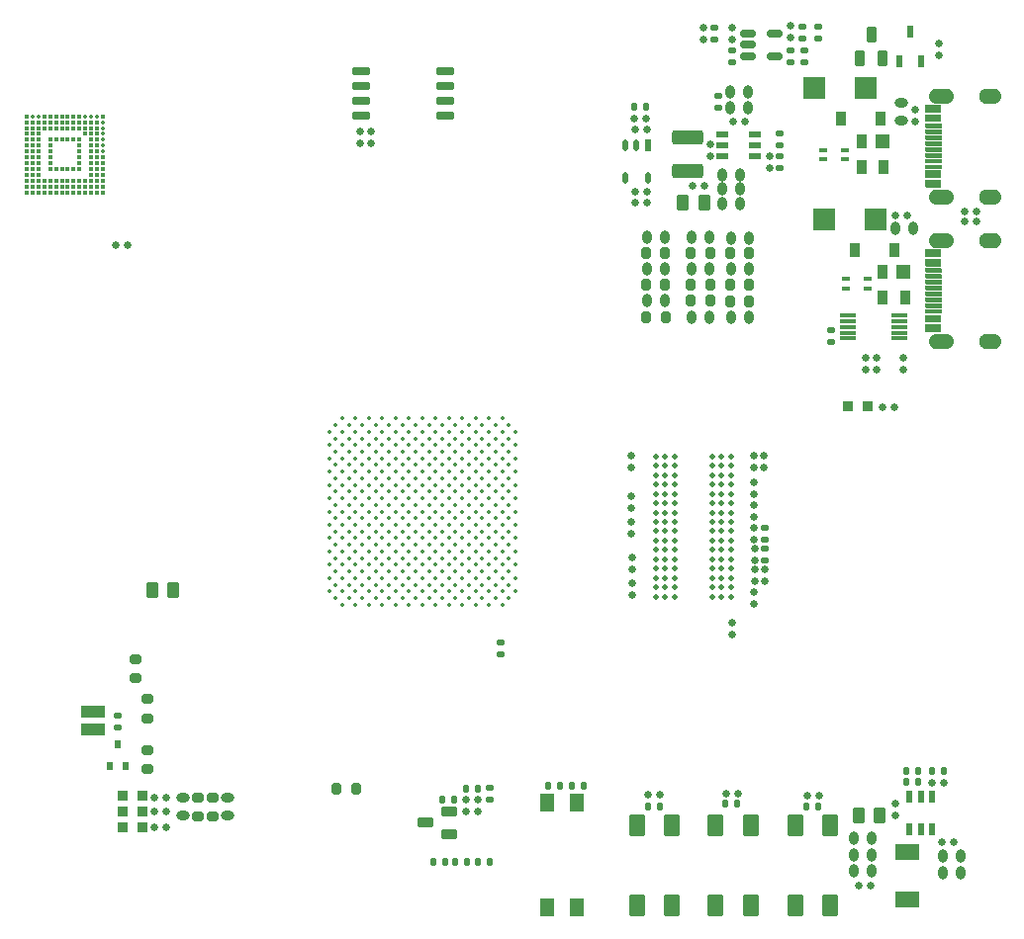
<source format=gbr>
G04 #@! TF.GenerationSoftware,KiCad,Pcbnew,7.0.2*
G04 #@! TF.CreationDate,2023-07-08T17:01:20+08:00*
G04 #@! TF.ProjectId,HPM1500_DDR3_CORE_RevB,48504d31-3530-4305-9f44-4452335f434f,rev?*
G04 #@! TF.SameCoordinates,Original*
G04 #@! TF.FileFunction,Paste,Top*
G04 #@! TF.FilePolarity,Positive*
%FSLAX46Y46*%
G04 Gerber Fmt 4.6, Leading zero omitted, Abs format (unit mm)*
G04 Created by KiCad (PCBNEW 7.0.2) date 2023-07-08 17:01:20*
%MOMM*%
%LPD*%
G01*
G04 APERTURE LIST*
G04 Aperture macros list*
%AMRoundRect*
0 Rectangle with rounded corners*
0 $1 Rounding radius*
0 $2 $3 $4 $5 $6 $7 $8 $9 X,Y pos of 4 corners*
0 Add a 4 corners polygon primitive as box body*
4,1,4,$2,$3,$4,$5,$6,$7,$8,$9,$2,$3,0*
0 Add four circle primitives for the rounded corners*
1,1,$1+$1,$2,$3*
1,1,$1+$1,$4,$5*
1,1,$1+$1,$6,$7*
1,1,$1+$1,$8,$9*
0 Add four rect primitives between the rounded corners*
20,1,$1+$1,$2,$3,$4,$5,0*
20,1,$1+$1,$4,$5,$6,$7,0*
20,1,$1+$1,$6,$7,$8,$9,0*
20,1,$1+$1,$8,$9,$2,$3,0*%
G04 Aperture macros list end*
%ADD10C,0.005100*%
%ADD11RoundRect,0.135000X-0.135000X-0.185000X0.135000X-0.185000X0.135000X0.185000X-0.135000X0.185000X0*%
%ADD12RoundRect,0.200000X0.200000X0.275000X-0.200000X0.275000X-0.200000X-0.275000X0.200000X-0.275000X0*%
%ADD13RoundRect,0.135000X-0.185000X0.135000X-0.185000X-0.135000X0.185000X-0.135000X0.185000X0.135000X0*%
%ADD14O,0.889000X1.143000*%
%ADD15C,0.635000*%
%ADD16RoundRect,0.250000X0.262500X0.450000X-0.262500X0.450000X-0.262500X-0.450000X0.262500X-0.450000X0*%
%ADD17RoundRect,0.200000X-0.200000X-0.275000X0.200000X-0.275000X0.200000X0.275000X-0.200000X0.275000X0*%
%ADD18RoundRect,0.150000X0.650000X0.150000X-0.650000X0.150000X-0.650000X-0.150000X0.650000X-0.150000X0*%
%ADD19RoundRect,0.050800X-0.625000X-0.350000X0.625000X-0.350000X0.625000X0.350000X-0.625000X0.350000X0*%
%ADD20RoundRect,0.200000X-0.275000X0.200000X-0.275000X-0.200000X0.275000X-0.200000X0.275000X0.200000X0*%
%ADD21R,0.750000X0.400000*%
%ADD22RoundRect,0.135000X0.185000X-0.135000X0.185000X0.135000X-0.185000X0.135000X-0.185000X-0.135000X0*%
%ADD23RoundRect,0.150000X-0.512500X-0.150000X0.512500X-0.150000X0.512500X0.150000X-0.512500X0.150000X0*%
%ADD24RoundRect,0.050800X-0.350000X0.625000X-0.350000X-0.625000X0.350000X-0.625000X0.350000X0.625000X0*%
%ADD25RoundRect,0.050800X0.599450X-0.849650X0.599450X0.849650X-0.599450X0.849650X-0.599450X-0.849650X0*%
%ADD26RoundRect,0.135000X0.135000X0.185000X-0.135000X0.185000X-0.135000X-0.185000X0.135000X-0.185000X0*%
%ADD27RoundRect,0.050800X-0.400050X0.400050X-0.400050X-0.400050X0.400050X-0.400050X0.400050X0.400050X0*%
%ADD28R,0.550000X1.000000*%
%ADD29R,1.400000X0.300000*%
%ADD30O,1.143000X0.889000*%
%ADD31RoundRect,0.250000X-0.262500X-0.450000X0.262500X-0.450000X0.262500X0.450000X-0.262500X0.450000X0*%
%ADD32RoundRect,0.200000X0.275000X-0.200000X0.275000X0.200000X-0.275000X0.200000X-0.275000X-0.200000X0*%
%ADD33C,0.500000*%
%ADD34RoundRect,0.250000X-1.075000X0.375000X-1.075000X-0.375000X1.075000X-0.375000X1.075000X0.375000X0*%
%ADD35R,1.168400X1.168400*%
%ADD36R,0.914400X1.168400*%
%ADD37R,0.950000X1.150000*%
%ADD38R,2.120000X1.400000*%
%ADD39C,0.421600*%
%ADD40O,0.421600X0.301600*%
%ADD41O,0.301600X0.421600*%
%ADD42RoundRect,0.050800X-0.900450X-0.849650X0.900450X-0.849650X0.900450X0.849650X-0.900450X0.849650X0*%
%ADD43RoundRect,0.050800X-0.549900X-0.750550X0.549900X-0.750550X0.549900X0.750550X-0.549900X0.750550X0*%
%ADD44C,0.350000*%
%ADD45R,0.600000X1.070000*%
%ADD46R,1.000000X0.550000*%
%ADD47RoundRect,0.050800X-0.199400X0.299700X-0.199400X-0.299700X0.199400X-0.299700X0.199400X0.299700X0*%
%ADD48RoundRect,0.050800X-1.000000X-0.450000X1.000000X-0.450000X1.000000X0.450000X-1.000000X0.450000X0*%
%ADD49RoundRect,0.050000X0.650000X-0.150000X0.650000X0.150000X-0.650000X0.150000X-0.650000X-0.150000X0*%
%ADD50R,0.508000X1.016000*%
%ADD51O,0.508000X1.016000*%
G04 APERTURE END LIST*
D10*
X189544900Y-74550200D02*
X188354900Y-74550200D01*
X188354900Y-74050200D01*
X189544900Y-74050200D01*
X189544900Y-74550200D01*
G36*
X189544900Y-74550200D02*
G01*
X188354900Y-74550200D01*
X188354900Y-74050200D01*
X189544900Y-74050200D01*
X189544900Y-74550200D01*
G37*
X189544900Y-73750100D02*
X188354900Y-73750100D01*
X188354900Y-73250100D01*
X189544900Y-73250100D01*
X189544900Y-73750100D01*
G36*
X189544900Y-73750100D02*
G01*
X188354900Y-73750100D01*
X188354900Y-73250100D01*
X189544900Y-73250100D01*
X189544900Y-73750100D01*
G37*
X189594900Y-73000200D02*
X188304900Y-73000200D01*
X188304900Y-72700200D01*
X189594900Y-72700200D01*
X189594900Y-73000200D01*
G36*
X189594900Y-73000200D02*
G01*
X188304900Y-73000200D01*
X188304900Y-72700200D01*
X189594900Y-72700200D01*
X189594900Y-73000200D01*
G37*
X189594900Y-72500000D02*
X188304900Y-72500000D01*
X188304900Y-72200100D01*
X189594900Y-72200100D01*
X189594900Y-72500000D01*
G36*
X189594900Y-72500000D02*
G01*
X188304900Y-72500000D01*
X188304900Y-72200100D01*
X189594900Y-72200100D01*
X189594900Y-72500000D01*
G37*
X189594900Y-72000200D02*
X188304900Y-72000200D01*
X188304900Y-71700200D01*
X189594900Y-71700200D01*
X189594900Y-72000200D01*
G36*
X189594900Y-72000200D02*
G01*
X188304900Y-72000200D01*
X188304900Y-71700200D01*
X189594900Y-71700200D01*
X189594900Y-72000200D01*
G37*
X189594900Y-71500100D02*
X188304900Y-71500100D01*
X188304900Y-71200100D01*
X189594900Y-71200100D01*
X189594900Y-71500100D01*
G36*
X189594900Y-71500100D02*
G01*
X188304900Y-71500100D01*
X188304900Y-71200100D01*
X189594900Y-71200100D01*
X189594900Y-71500100D01*
G37*
X189594900Y-71000200D02*
X188304900Y-71000200D01*
X188304900Y-70700300D01*
X189594900Y-70700300D01*
X189594900Y-71000200D01*
G36*
X189594900Y-71000200D02*
G01*
X188304900Y-71000200D01*
X188304900Y-70700300D01*
X189594900Y-70700300D01*
X189594900Y-71000200D01*
G37*
X189594900Y-70500100D02*
X188304900Y-70500100D01*
X188304900Y-70200100D01*
X189594900Y-70200100D01*
X189594900Y-70500100D01*
G36*
X189594900Y-70500100D02*
G01*
X188304900Y-70500100D01*
X188304900Y-70200100D01*
X189594900Y-70200100D01*
X189594900Y-70500100D01*
G37*
X189594900Y-70000500D02*
X188304900Y-70000500D01*
X188304900Y-69700500D01*
X189594900Y-69700500D01*
X189594900Y-70000500D01*
G36*
X189594900Y-70000500D02*
G01*
X188304900Y-70000500D01*
X188304900Y-69700500D01*
X189594900Y-69700500D01*
X189594900Y-70000500D01*
G37*
X189594900Y-69500100D02*
X188304900Y-69500100D01*
X188304900Y-69200100D01*
X189594900Y-69200100D01*
X189594900Y-69500100D01*
G36*
X189594900Y-69500100D02*
G01*
X188304900Y-69500100D01*
X188304900Y-69200100D01*
X189594900Y-69200100D01*
X189594900Y-69500100D01*
G37*
X189545100Y-68950000D02*
X188355100Y-68950000D01*
X188355100Y-68450000D01*
X189545100Y-68450000D01*
X189545100Y-68950000D01*
G36*
X189545100Y-68950000D02*
G01*
X188355100Y-68950000D01*
X188355100Y-68450000D01*
X189545100Y-68450000D01*
X189545100Y-68950000D01*
G37*
X189544900Y-68150000D02*
X188354900Y-68150000D01*
X188354900Y-67650000D01*
X189544900Y-67650000D01*
X189544900Y-68150000D01*
G36*
X189544900Y-68150000D02*
G01*
X188354900Y-68150000D01*
X188354900Y-67650000D01*
X189544900Y-67650000D01*
X189544900Y-68150000D01*
G37*
X190029600Y-74821000D02*
X190059500Y-74823200D01*
X190089200Y-74826900D01*
X190118700Y-74832100D01*
X190147800Y-74838800D01*
X190176600Y-74846900D01*
X190205000Y-74856400D01*
X190232800Y-74867400D01*
X190260100Y-74879600D01*
X190286700Y-74893300D01*
X190312600Y-74908300D01*
X190337800Y-74924500D01*
X190362000Y-74941900D01*
X190385400Y-74960600D01*
X190407900Y-74980400D01*
X190429300Y-75001300D01*
X190449600Y-75023200D01*
X190468800Y-75046100D01*
X190486900Y-75070000D01*
X190503800Y-75094700D01*
X190519400Y-75120200D01*
X190533700Y-75146500D01*
X190546700Y-75173500D01*
X190558300Y-75201000D01*
X190568500Y-75229100D01*
X190577300Y-75257700D01*
X190584700Y-75286700D01*
X190590600Y-75316000D01*
X190595100Y-75345600D01*
X190598100Y-75375400D01*
X190599600Y-75405300D01*
X190599600Y-75435200D01*
X190598100Y-75465100D01*
X190595100Y-75494800D01*
X190590600Y-75524400D01*
X190584700Y-75553700D01*
X190577300Y-75582700D01*
X190568500Y-75611300D01*
X190558300Y-75639400D01*
X190546700Y-75667000D01*
X190533700Y-75694000D01*
X190519400Y-75720200D01*
X190503800Y-75745800D01*
X190486900Y-75770500D01*
X190468800Y-75794300D01*
X190449600Y-75817200D01*
X190429300Y-75839200D01*
X190407900Y-75860100D01*
X190385400Y-75879900D01*
X190362000Y-75898500D01*
X190337800Y-75916000D01*
X190312600Y-75932200D01*
X190286700Y-75947200D01*
X190260100Y-75960800D01*
X190232800Y-75973100D01*
X190205000Y-75984000D01*
X190176600Y-75993600D01*
X190147800Y-76001700D01*
X190118700Y-76008300D01*
X190089200Y-76013500D01*
X190059500Y-76017300D01*
X190029600Y-76019500D01*
X189999800Y-76020200D01*
X189199800Y-76020200D01*
X189169900Y-76019500D01*
X189140000Y-76017300D01*
X189110300Y-76013500D01*
X189080900Y-76008300D01*
X189051700Y-76001700D01*
X189022900Y-75993600D01*
X188994500Y-75984000D01*
X188966700Y-75973100D01*
X188939400Y-75960800D01*
X188912800Y-75947200D01*
X188886900Y-75932200D01*
X188861800Y-75916000D01*
X188837500Y-75898500D01*
X188814100Y-75879900D01*
X188791700Y-75860100D01*
X188770200Y-75839200D01*
X188749900Y-75817200D01*
X188730700Y-75794300D01*
X188712600Y-75770500D01*
X188695700Y-75745800D01*
X188680100Y-75720200D01*
X188665800Y-75694000D01*
X188652800Y-75667000D01*
X188641200Y-75639400D01*
X188631000Y-75611300D01*
X188622200Y-75582700D01*
X188614800Y-75553700D01*
X188608900Y-75524400D01*
X188604400Y-75494800D01*
X188601400Y-75465100D01*
X188599900Y-75435200D01*
X188599900Y-75405300D01*
X188601400Y-75375400D01*
X188604400Y-75345600D01*
X188608900Y-75316000D01*
X188614800Y-75286700D01*
X188622200Y-75257700D01*
X188631000Y-75229100D01*
X188641200Y-75201000D01*
X188652800Y-75173500D01*
X188665800Y-75146500D01*
X188680100Y-75120200D01*
X188695700Y-75094700D01*
X188712600Y-75070000D01*
X188730700Y-75046100D01*
X188749900Y-75023200D01*
X188770200Y-75001300D01*
X188791700Y-74980400D01*
X188814100Y-74960600D01*
X188837500Y-74941900D01*
X188861800Y-74924500D01*
X188886900Y-74908300D01*
X188912800Y-74893300D01*
X188939400Y-74879600D01*
X188966700Y-74867400D01*
X188994500Y-74856400D01*
X189022900Y-74846900D01*
X189051700Y-74838800D01*
X189080900Y-74832100D01*
X189110300Y-74826900D01*
X189140000Y-74823200D01*
X189169900Y-74821000D01*
X189199800Y-74820200D01*
X189999800Y-74820200D01*
X190029600Y-74821000D01*
G36*
X190029600Y-74821000D02*
G01*
X190059500Y-74823200D01*
X190089200Y-74826900D01*
X190118700Y-74832100D01*
X190147800Y-74838800D01*
X190176600Y-74846900D01*
X190205000Y-74856400D01*
X190232800Y-74867400D01*
X190260100Y-74879600D01*
X190286700Y-74893300D01*
X190312600Y-74908300D01*
X190337800Y-74924500D01*
X190362000Y-74941900D01*
X190385400Y-74960600D01*
X190407900Y-74980400D01*
X190429300Y-75001300D01*
X190449600Y-75023200D01*
X190468800Y-75046100D01*
X190486900Y-75070000D01*
X190503800Y-75094700D01*
X190519400Y-75120200D01*
X190533700Y-75146500D01*
X190546700Y-75173500D01*
X190558300Y-75201000D01*
X190568500Y-75229100D01*
X190577300Y-75257700D01*
X190584700Y-75286700D01*
X190590600Y-75316000D01*
X190595100Y-75345600D01*
X190598100Y-75375400D01*
X190599600Y-75405300D01*
X190599600Y-75435200D01*
X190598100Y-75465100D01*
X190595100Y-75494800D01*
X190590600Y-75524400D01*
X190584700Y-75553700D01*
X190577300Y-75582700D01*
X190568500Y-75611300D01*
X190558300Y-75639400D01*
X190546700Y-75667000D01*
X190533700Y-75694000D01*
X190519400Y-75720200D01*
X190503800Y-75745800D01*
X190486900Y-75770500D01*
X190468800Y-75794300D01*
X190449600Y-75817200D01*
X190429300Y-75839200D01*
X190407900Y-75860100D01*
X190385400Y-75879900D01*
X190362000Y-75898500D01*
X190337800Y-75916000D01*
X190312600Y-75932200D01*
X190286700Y-75947200D01*
X190260100Y-75960800D01*
X190232800Y-75973100D01*
X190205000Y-75984000D01*
X190176600Y-75993600D01*
X190147800Y-76001700D01*
X190118700Y-76008300D01*
X190089200Y-76013500D01*
X190059500Y-76017300D01*
X190029600Y-76019500D01*
X189999800Y-76020200D01*
X189199800Y-76020200D01*
X189169900Y-76019500D01*
X189140000Y-76017300D01*
X189110300Y-76013500D01*
X189080900Y-76008300D01*
X189051700Y-76001700D01*
X189022900Y-75993600D01*
X188994500Y-75984000D01*
X188966700Y-75973100D01*
X188939400Y-75960800D01*
X188912800Y-75947200D01*
X188886900Y-75932200D01*
X188861800Y-75916000D01*
X188837500Y-75898500D01*
X188814100Y-75879900D01*
X188791700Y-75860100D01*
X188770200Y-75839200D01*
X188749900Y-75817200D01*
X188730700Y-75794300D01*
X188712600Y-75770500D01*
X188695700Y-75745800D01*
X188680100Y-75720200D01*
X188665800Y-75694000D01*
X188652800Y-75667000D01*
X188641200Y-75639400D01*
X188631000Y-75611300D01*
X188622200Y-75582700D01*
X188614800Y-75553700D01*
X188608900Y-75524400D01*
X188604400Y-75494800D01*
X188601400Y-75465100D01*
X188599900Y-75435200D01*
X188599900Y-75405300D01*
X188601400Y-75375400D01*
X188604400Y-75345600D01*
X188608900Y-75316000D01*
X188614800Y-75286700D01*
X188622200Y-75257700D01*
X188631000Y-75229100D01*
X188641200Y-75201000D01*
X188652800Y-75173500D01*
X188665800Y-75146500D01*
X188680100Y-75120200D01*
X188695700Y-75094700D01*
X188712600Y-75070000D01*
X188730700Y-75046100D01*
X188749900Y-75023200D01*
X188770200Y-75001300D01*
X188791700Y-74980400D01*
X188814100Y-74960600D01*
X188837500Y-74941900D01*
X188861800Y-74924500D01*
X188886900Y-74908300D01*
X188912800Y-74893300D01*
X188939400Y-74879600D01*
X188966700Y-74867400D01*
X188994500Y-74856400D01*
X189022900Y-74846900D01*
X189051700Y-74838800D01*
X189080900Y-74832100D01*
X189110300Y-74826900D01*
X189140000Y-74823200D01*
X189169900Y-74821000D01*
X189199800Y-74820200D01*
X189999800Y-74820200D01*
X190029600Y-74821000D01*
G37*
X194109700Y-74821000D02*
X194139600Y-74823200D01*
X194169300Y-74826900D01*
X194198700Y-74832100D01*
X194227900Y-74838800D01*
X194256700Y-74846900D01*
X194285000Y-74856400D01*
X194312900Y-74867400D01*
X194340200Y-74879600D01*
X194366800Y-74893300D01*
X194392700Y-74908300D01*
X194417800Y-74924500D01*
X194442100Y-74941900D01*
X194465500Y-74960600D01*
X194487900Y-74980400D01*
X194509300Y-75001300D01*
X194529700Y-75023200D01*
X194548900Y-75046100D01*
X194567000Y-75070000D01*
X194583800Y-75094700D01*
X194599400Y-75120200D01*
X194613800Y-75146500D01*
X194626700Y-75173500D01*
X194638400Y-75201000D01*
X194648600Y-75229100D01*
X194657400Y-75257700D01*
X194664800Y-75286700D01*
X194670700Y-75316000D01*
X194675200Y-75345600D01*
X194678200Y-75375400D01*
X194679700Y-75405300D01*
X194679700Y-75435200D01*
X194678200Y-75465100D01*
X194675200Y-75494800D01*
X194670700Y-75524400D01*
X194664800Y-75553700D01*
X194657400Y-75582700D01*
X194648600Y-75611300D01*
X194638400Y-75639400D01*
X194626700Y-75667000D01*
X194613800Y-75694000D01*
X194599400Y-75720200D01*
X194583800Y-75745800D01*
X194567000Y-75770500D01*
X194548900Y-75794300D01*
X194529700Y-75817200D01*
X194509300Y-75839200D01*
X194487900Y-75860100D01*
X194465500Y-75879900D01*
X194442100Y-75898500D01*
X194417800Y-75916000D01*
X194392700Y-75932200D01*
X194366800Y-75947200D01*
X194340200Y-75960800D01*
X194312900Y-75973100D01*
X194285000Y-75984000D01*
X194256700Y-75993600D01*
X194227900Y-76001700D01*
X194198700Y-76008300D01*
X194169300Y-76013500D01*
X194139600Y-76017300D01*
X194109700Y-76019500D01*
X194079800Y-76020200D01*
X193479800Y-76020200D01*
X193449900Y-76019500D01*
X193420100Y-76017300D01*
X193390400Y-76013500D01*
X193360900Y-76008300D01*
X193331800Y-76001700D01*
X193303000Y-75993600D01*
X193274600Y-75984000D01*
X193246800Y-75973100D01*
X193219500Y-75960800D01*
X193192900Y-75947200D01*
X193167000Y-75932200D01*
X193141800Y-75916000D01*
X193117600Y-75898500D01*
X193094200Y-75879900D01*
X193071700Y-75860100D01*
X193050300Y-75839200D01*
X193030000Y-75817200D01*
X193010700Y-75794300D01*
X192992700Y-75770500D01*
X192975800Y-75745800D01*
X192960200Y-75720200D01*
X192945900Y-75694000D01*
X192932900Y-75667000D01*
X192921300Y-75639400D01*
X192911100Y-75611300D01*
X192902300Y-75582700D01*
X192894900Y-75553700D01*
X192889000Y-75524400D01*
X192884500Y-75494800D01*
X192881500Y-75465100D01*
X192880000Y-75435200D01*
X192880000Y-75405300D01*
X192881500Y-75375400D01*
X192884500Y-75345600D01*
X192889000Y-75316000D01*
X192894900Y-75286700D01*
X192902300Y-75257700D01*
X192911100Y-75229100D01*
X192921300Y-75201000D01*
X192932900Y-75173500D01*
X192945900Y-75146500D01*
X192960200Y-75120200D01*
X192975800Y-75094700D01*
X192992700Y-75070000D01*
X193010700Y-75046100D01*
X193030000Y-75023200D01*
X193050300Y-75001300D01*
X193071700Y-74980400D01*
X193094200Y-74960600D01*
X193117600Y-74941900D01*
X193141800Y-74924500D01*
X193167000Y-74908300D01*
X193192900Y-74893300D01*
X193219500Y-74879600D01*
X193246800Y-74867400D01*
X193274600Y-74856400D01*
X193303000Y-74846900D01*
X193331800Y-74838800D01*
X193360900Y-74832100D01*
X193390400Y-74826900D01*
X193420100Y-74823200D01*
X193449900Y-74821000D01*
X193479800Y-74820200D01*
X194079800Y-74820200D01*
X194109700Y-74821000D01*
G36*
X194109700Y-74821000D02*
G01*
X194139600Y-74823200D01*
X194169300Y-74826900D01*
X194198700Y-74832100D01*
X194227900Y-74838800D01*
X194256700Y-74846900D01*
X194285000Y-74856400D01*
X194312900Y-74867400D01*
X194340200Y-74879600D01*
X194366800Y-74893300D01*
X194392700Y-74908300D01*
X194417800Y-74924500D01*
X194442100Y-74941900D01*
X194465500Y-74960600D01*
X194487900Y-74980400D01*
X194509300Y-75001300D01*
X194529700Y-75023200D01*
X194548900Y-75046100D01*
X194567000Y-75070000D01*
X194583800Y-75094700D01*
X194599400Y-75120200D01*
X194613800Y-75146500D01*
X194626700Y-75173500D01*
X194638400Y-75201000D01*
X194648600Y-75229100D01*
X194657400Y-75257700D01*
X194664800Y-75286700D01*
X194670700Y-75316000D01*
X194675200Y-75345600D01*
X194678200Y-75375400D01*
X194679700Y-75405300D01*
X194679700Y-75435200D01*
X194678200Y-75465100D01*
X194675200Y-75494800D01*
X194670700Y-75524400D01*
X194664800Y-75553700D01*
X194657400Y-75582700D01*
X194648600Y-75611300D01*
X194638400Y-75639400D01*
X194626700Y-75667000D01*
X194613800Y-75694000D01*
X194599400Y-75720200D01*
X194583800Y-75745800D01*
X194567000Y-75770500D01*
X194548900Y-75794300D01*
X194529700Y-75817200D01*
X194509300Y-75839200D01*
X194487900Y-75860100D01*
X194465500Y-75879900D01*
X194442100Y-75898500D01*
X194417800Y-75916000D01*
X194392700Y-75932200D01*
X194366800Y-75947200D01*
X194340200Y-75960800D01*
X194312900Y-75973100D01*
X194285000Y-75984000D01*
X194256700Y-75993600D01*
X194227900Y-76001700D01*
X194198700Y-76008300D01*
X194169300Y-76013500D01*
X194139600Y-76017300D01*
X194109700Y-76019500D01*
X194079800Y-76020200D01*
X193479800Y-76020200D01*
X193449900Y-76019500D01*
X193420100Y-76017300D01*
X193390400Y-76013500D01*
X193360900Y-76008300D01*
X193331800Y-76001700D01*
X193303000Y-75993600D01*
X193274600Y-75984000D01*
X193246800Y-75973100D01*
X193219500Y-75960800D01*
X193192900Y-75947200D01*
X193167000Y-75932200D01*
X193141800Y-75916000D01*
X193117600Y-75898500D01*
X193094200Y-75879900D01*
X193071700Y-75860100D01*
X193050300Y-75839200D01*
X193030000Y-75817200D01*
X193010700Y-75794300D01*
X192992700Y-75770500D01*
X192975800Y-75745800D01*
X192960200Y-75720200D01*
X192945900Y-75694000D01*
X192932900Y-75667000D01*
X192921300Y-75639400D01*
X192911100Y-75611300D01*
X192902300Y-75582700D01*
X192894900Y-75553700D01*
X192889000Y-75524400D01*
X192884500Y-75494800D01*
X192881500Y-75465100D01*
X192880000Y-75435200D01*
X192880000Y-75405300D01*
X192881500Y-75375400D01*
X192884500Y-75345600D01*
X192889000Y-75316000D01*
X192894900Y-75286700D01*
X192902300Y-75257700D01*
X192911100Y-75229100D01*
X192921300Y-75201000D01*
X192932900Y-75173500D01*
X192945900Y-75146500D01*
X192960200Y-75120200D01*
X192975800Y-75094700D01*
X192992700Y-75070000D01*
X193010700Y-75046100D01*
X193030000Y-75023200D01*
X193050300Y-75001300D01*
X193071700Y-74980400D01*
X193094200Y-74960600D01*
X193117600Y-74941900D01*
X193141800Y-74924500D01*
X193167000Y-74908300D01*
X193192900Y-74893300D01*
X193219500Y-74879600D01*
X193246800Y-74867400D01*
X193274600Y-74856400D01*
X193303000Y-74846900D01*
X193331800Y-74838800D01*
X193360900Y-74832100D01*
X193390400Y-74826900D01*
X193420100Y-74823200D01*
X193449900Y-74821000D01*
X193479800Y-74820200D01*
X194079800Y-74820200D01*
X194109700Y-74821000D01*
G37*
X190029600Y-66180900D02*
X190059500Y-66183100D01*
X190089200Y-66186900D01*
X190118700Y-66192100D01*
X190147800Y-66198700D01*
X190176600Y-66206800D01*
X190205000Y-66216400D01*
X190232800Y-66227300D01*
X190260100Y-66239600D01*
X190286700Y-66253200D01*
X190312600Y-66268200D01*
X190337800Y-66284400D01*
X190362000Y-66301900D01*
X190385400Y-66320500D01*
X190407900Y-66340300D01*
X190429300Y-66361200D01*
X190449600Y-66383200D01*
X190468800Y-66406100D01*
X190486900Y-66429900D01*
X190503800Y-66454600D01*
X190519400Y-66480200D01*
X190533700Y-66506400D01*
X190546700Y-66533400D01*
X190558300Y-66561000D01*
X190568500Y-66589100D01*
X190577300Y-66617700D01*
X190584700Y-66646700D01*
X190590600Y-66676000D01*
X190595100Y-66705600D01*
X190598100Y-66735300D01*
X190599600Y-66765200D01*
X190599600Y-66795100D01*
X190598100Y-66825000D01*
X190595100Y-66854800D01*
X190590600Y-66884400D01*
X190584700Y-66913700D01*
X190577300Y-66942700D01*
X190568500Y-66971300D01*
X190558300Y-66999400D01*
X190546700Y-67026900D01*
X190533700Y-67053900D01*
X190519400Y-67080200D01*
X190503800Y-67105700D01*
X190486900Y-67130400D01*
X190468800Y-67154300D01*
X190449600Y-67177200D01*
X190429300Y-67199100D01*
X190407900Y-67220000D01*
X190385400Y-67239800D01*
X190362000Y-67258400D01*
X190337800Y-67275900D01*
X190312600Y-67292100D01*
X190286700Y-67307100D01*
X190260100Y-67320800D01*
X190232800Y-67333000D01*
X190205000Y-67344000D01*
X190176600Y-67353500D01*
X190147800Y-67361600D01*
X190118700Y-67368300D01*
X190089200Y-67373500D01*
X190059500Y-67377200D01*
X190029600Y-67379400D01*
X189999800Y-67380200D01*
X189199800Y-67380200D01*
X189169900Y-67379400D01*
X189140000Y-67377200D01*
X189110300Y-67373500D01*
X189080900Y-67368300D01*
X189051700Y-67361600D01*
X189022900Y-67353500D01*
X188994500Y-67344000D01*
X188966700Y-67333000D01*
X188939400Y-67320800D01*
X188912800Y-67307100D01*
X188886900Y-67292100D01*
X188861800Y-67275900D01*
X188837500Y-67258400D01*
X188814100Y-67239800D01*
X188791700Y-67220000D01*
X188770200Y-67199100D01*
X188749900Y-67177200D01*
X188730700Y-67154300D01*
X188712600Y-67130400D01*
X188695700Y-67105700D01*
X188680100Y-67080200D01*
X188665800Y-67053900D01*
X188652800Y-67026900D01*
X188641200Y-66999400D01*
X188631000Y-66971300D01*
X188622200Y-66942700D01*
X188614800Y-66913700D01*
X188608900Y-66884400D01*
X188604400Y-66854800D01*
X188601400Y-66825000D01*
X188599900Y-66795100D01*
X188599900Y-66765200D01*
X188601400Y-66735300D01*
X188604400Y-66705600D01*
X188608900Y-66676000D01*
X188614800Y-66646700D01*
X188622200Y-66617700D01*
X188631000Y-66589100D01*
X188641200Y-66561000D01*
X188652800Y-66533400D01*
X188665800Y-66506400D01*
X188680100Y-66480200D01*
X188695700Y-66454600D01*
X188712600Y-66429900D01*
X188730700Y-66406100D01*
X188749900Y-66383200D01*
X188770200Y-66361200D01*
X188791700Y-66340300D01*
X188814100Y-66320500D01*
X188837500Y-66301900D01*
X188861800Y-66284400D01*
X188886900Y-66268200D01*
X188912800Y-66253200D01*
X188939400Y-66239600D01*
X188966700Y-66227300D01*
X188994500Y-66216400D01*
X189022900Y-66206800D01*
X189051700Y-66198700D01*
X189080900Y-66192100D01*
X189110300Y-66186900D01*
X189140000Y-66183100D01*
X189169900Y-66180900D01*
X189199800Y-66180200D01*
X189999800Y-66180200D01*
X190029600Y-66180900D01*
G36*
X190029600Y-66180900D02*
G01*
X190059500Y-66183100D01*
X190089200Y-66186900D01*
X190118700Y-66192100D01*
X190147800Y-66198700D01*
X190176600Y-66206800D01*
X190205000Y-66216400D01*
X190232800Y-66227300D01*
X190260100Y-66239600D01*
X190286700Y-66253200D01*
X190312600Y-66268200D01*
X190337800Y-66284400D01*
X190362000Y-66301900D01*
X190385400Y-66320500D01*
X190407900Y-66340300D01*
X190429300Y-66361200D01*
X190449600Y-66383200D01*
X190468800Y-66406100D01*
X190486900Y-66429900D01*
X190503800Y-66454600D01*
X190519400Y-66480200D01*
X190533700Y-66506400D01*
X190546700Y-66533400D01*
X190558300Y-66561000D01*
X190568500Y-66589100D01*
X190577300Y-66617700D01*
X190584700Y-66646700D01*
X190590600Y-66676000D01*
X190595100Y-66705600D01*
X190598100Y-66735300D01*
X190599600Y-66765200D01*
X190599600Y-66795100D01*
X190598100Y-66825000D01*
X190595100Y-66854800D01*
X190590600Y-66884400D01*
X190584700Y-66913700D01*
X190577300Y-66942700D01*
X190568500Y-66971300D01*
X190558300Y-66999400D01*
X190546700Y-67026900D01*
X190533700Y-67053900D01*
X190519400Y-67080200D01*
X190503800Y-67105700D01*
X190486900Y-67130400D01*
X190468800Y-67154300D01*
X190449600Y-67177200D01*
X190429300Y-67199100D01*
X190407900Y-67220000D01*
X190385400Y-67239800D01*
X190362000Y-67258400D01*
X190337800Y-67275900D01*
X190312600Y-67292100D01*
X190286700Y-67307100D01*
X190260100Y-67320800D01*
X190232800Y-67333000D01*
X190205000Y-67344000D01*
X190176600Y-67353500D01*
X190147800Y-67361600D01*
X190118700Y-67368300D01*
X190089200Y-67373500D01*
X190059500Y-67377200D01*
X190029600Y-67379400D01*
X189999800Y-67380200D01*
X189199800Y-67380200D01*
X189169900Y-67379400D01*
X189140000Y-67377200D01*
X189110300Y-67373500D01*
X189080900Y-67368300D01*
X189051700Y-67361600D01*
X189022900Y-67353500D01*
X188994500Y-67344000D01*
X188966700Y-67333000D01*
X188939400Y-67320800D01*
X188912800Y-67307100D01*
X188886900Y-67292100D01*
X188861800Y-67275900D01*
X188837500Y-67258400D01*
X188814100Y-67239800D01*
X188791700Y-67220000D01*
X188770200Y-67199100D01*
X188749900Y-67177200D01*
X188730700Y-67154300D01*
X188712600Y-67130400D01*
X188695700Y-67105700D01*
X188680100Y-67080200D01*
X188665800Y-67053900D01*
X188652800Y-67026900D01*
X188641200Y-66999400D01*
X188631000Y-66971300D01*
X188622200Y-66942700D01*
X188614800Y-66913700D01*
X188608900Y-66884400D01*
X188604400Y-66854800D01*
X188601400Y-66825000D01*
X188599900Y-66795100D01*
X188599900Y-66765200D01*
X188601400Y-66735300D01*
X188604400Y-66705600D01*
X188608900Y-66676000D01*
X188614800Y-66646700D01*
X188622200Y-66617700D01*
X188631000Y-66589100D01*
X188641200Y-66561000D01*
X188652800Y-66533400D01*
X188665800Y-66506400D01*
X188680100Y-66480200D01*
X188695700Y-66454600D01*
X188712600Y-66429900D01*
X188730700Y-66406100D01*
X188749900Y-66383200D01*
X188770200Y-66361200D01*
X188791700Y-66340300D01*
X188814100Y-66320500D01*
X188837500Y-66301900D01*
X188861800Y-66284400D01*
X188886900Y-66268200D01*
X188912800Y-66253200D01*
X188939400Y-66239600D01*
X188966700Y-66227300D01*
X188994500Y-66216400D01*
X189022900Y-66206800D01*
X189051700Y-66198700D01*
X189080900Y-66192100D01*
X189110300Y-66186900D01*
X189140000Y-66183100D01*
X189169900Y-66180900D01*
X189199800Y-66180200D01*
X189999800Y-66180200D01*
X190029600Y-66180900D01*
G37*
X194109700Y-66180900D02*
X194139600Y-66183100D01*
X194169300Y-66186900D01*
X194198700Y-66192100D01*
X194227900Y-66198700D01*
X194256700Y-66206800D01*
X194285000Y-66216400D01*
X194312900Y-66227300D01*
X194340200Y-66239600D01*
X194366800Y-66253200D01*
X194392700Y-66268200D01*
X194417800Y-66284400D01*
X194442100Y-66301900D01*
X194465500Y-66320500D01*
X194487900Y-66340300D01*
X194509300Y-66361200D01*
X194529700Y-66383200D01*
X194548900Y-66406100D01*
X194567000Y-66429900D01*
X194583800Y-66454600D01*
X194599400Y-66480200D01*
X194613800Y-66506400D01*
X194626700Y-66533400D01*
X194638400Y-66561000D01*
X194648600Y-66589100D01*
X194657400Y-66617700D01*
X194664800Y-66646700D01*
X194670700Y-66676000D01*
X194675200Y-66705600D01*
X194678200Y-66735300D01*
X194679700Y-66765200D01*
X194679700Y-66795100D01*
X194678200Y-66825000D01*
X194675200Y-66854800D01*
X194670700Y-66884400D01*
X194664800Y-66913700D01*
X194657400Y-66942700D01*
X194648600Y-66971300D01*
X194638400Y-66999400D01*
X194626700Y-67026900D01*
X194613800Y-67053900D01*
X194599400Y-67080200D01*
X194583800Y-67105700D01*
X194567000Y-67130400D01*
X194548900Y-67154300D01*
X194529700Y-67177200D01*
X194509300Y-67199100D01*
X194487900Y-67220000D01*
X194465500Y-67239800D01*
X194442100Y-67258400D01*
X194417800Y-67275900D01*
X194392700Y-67292100D01*
X194366800Y-67307100D01*
X194340200Y-67320800D01*
X194312900Y-67333000D01*
X194285000Y-67344000D01*
X194256700Y-67353500D01*
X194227900Y-67361600D01*
X194198700Y-67368300D01*
X194169300Y-67373500D01*
X194139600Y-67377200D01*
X194109700Y-67379400D01*
X194079800Y-67380200D01*
X193479800Y-67380200D01*
X193449900Y-67379400D01*
X193420100Y-67377200D01*
X193390400Y-67373500D01*
X193360900Y-67368300D01*
X193331800Y-67361600D01*
X193303000Y-67353500D01*
X193274600Y-67344000D01*
X193246800Y-67333000D01*
X193219500Y-67320800D01*
X193192900Y-67307100D01*
X193167000Y-67292100D01*
X193141800Y-67275900D01*
X193117600Y-67258400D01*
X193094200Y-67239800D01*
X193071700Y-67220000D01*
X193050300Y-67199100D01*
X193030000Y-67177200D01*
X193010700Y-67154300D01*
X192992700Y-67130400D01*
X192975800Y-67105700D01*
X192960200Y-67080200D01*
X192945900Y-67053900D01*
X192932900Y-67026900D01*
X192921300Y-66999400D01*
X192911100Y-66971300D01*
X192902300Y-66942700D01*
X192894900Y-66913700D01*
X192889000Y-66884400D01*
X192884500Y-66854800D01*
X192881500Y-66825000D01*
X192880000Y-66795100D01*
X192880000Y-66765200D01*
X192881500Y-66735300D01*
X192884500Y-66705600D01*
X192889000Y-66676000D01*
X192894900Y-66646700D01*
X192902300Y-66617700D01*
X192911100Y-66589100D01*
X192921300Y-66561000D01*
X192932900Y-66533400D01*
X192945900Y-66506400D01*
X192960200Y-66480200D01*
X192975800Y-66454600D01*
X192992700Y-66429900D01*
X193010700Y-66406100D01*
X193030000Y-66383200D01*
X193050300Y-66361200D01*
X193071700Y-66340300D01*
X193094200Y-66320500D01*
X193117600Y-66301900D01*
X193141800Y-66284400D01*
X193167000Y-66268200D01*
X193192900Y-66253200D01*
X193219500Y-66239600D01*
X193246800Y-66227300D01*
X193274600Y-66216400D01*
X193303000Y-66206800D01*
X193331800Y-66198700D01*
X193360900Y-66192100D01*
X193390400Y-66186900D01*
X193420100Y-66183100D01*
X193449900Y-66180900D01*
X193479800Y-66180200D01*
X194079800Y-66180200D01*
X194109700Y-66180900D01*
G36*
X194109700Y-66180900D02*
G01*
X194139600Y-66183100D01*
X194169300Y-66186900D01*
X194198700Y-66192100D01*
X194227900Y-66198700D01*
X194256700Y-66206800D01*
X194285000Y-66216400D01*
X194312900Y-66227300D01*
X194340200Y-66239600D01*
X194366800Y-66253200D01*
X194392700Y-66268200D01*
X194417800Y-66284400D01*
X194442100Y-66301900D01*
X194465500Y-66320500D01*
X194487900Y-66340300D01*
X194509300Y-66361200D01*
X194529700Y-66383200D01*
X194548900Y-66406100D01*
X194567000Y-66429900D01*
X194583800Y-66454600D01*
X194599400Y-66480200D01*
X194613800Y-66506400D01*
X194626700Y-66533400D01*
X194638400Y-66561000D01*
X194648600Y-66589100D01*
X194657400Y-66617700D01*
X194664800Y-66646700D01*
X194670700Y-66676000D01*
X194675200Y-66705600D01*
X194678200Y-66735300D01*
X194679700Y-66765200D01*
X194679700Y-66795100D01*
X194678200Y-66825000D01*
X194675200Y-66854800D01*
X194670700Y-66884400D01*
X194664800Y-66913700D01*
X194657400Y-66942700D01*
X194648600Y-66971300D01*
X194638400Y-66999400D01*
X194626700Y-67026900D01*
X194613800Y-67053900D01*
X194599400Y-67080200D01*
X194583800Y-67105700D01*
X194567000Y-67130400D01*
X194548900Y-67154300D01*
X194529700Y-67177200D01*
X194509300Y-67199100D01*
X194487900Y-67220000D01*
X194465500Y-67239800D01*
X194442100Y-67258400D01*
X194417800Y-67275900D01*
X194392700Y-67292100D01*
X194366800Y-67307100D01*
X194340200Y-67320800D01*
X194312900Y-67333000D01*
X194285000Y-67344000D01*
X194256700Y-67353500D01*
X194227900Y-67361600D01*
X194198700Y-67368300D01*
X194169300Y-67373500D01*
X194139600Y-67377200D01*
X194109700Y-67379400D01*
X194079800Y-67380200D01*
X193479800Y-67380200D01*
X193449900Y-67379400D01*
X193420100Y-67377200D01*
X193390400Y-67373500D01*
X193360900Y-67368300D01*
X193331800Y-67361600D01*
X193303000Y-67353500D01*
X193274600Y-67344000D01*
X193246800Y-67333000D01*
X193219500Y-67320800D01*
X193192900Y-67307100D01*
X193167000Y-67292100D01*
X193141800Y-67275900D01*
X193117600Y-67258400D01*
X193094200Y-67239800D01*
X193071700Y-67220000D01*
X193050300Y-67199100D01*
X193030000Y-67177200D01*
X193010700Y-67154300D01*
X192992700Y-67130400D01*
X192975800Y-67105700D01*
X192960200Y-67080200D01*
X192945900Y-67053900D01*
X192932900Y-67026900D01*
X192921300Y-66999400D01*
X192911100Y-66971300D01*
X192902300Y-66942700D01*
X192894900Y-66913700D01*
X192889000Y-66884400D01*
X192884500Y-66854800D01*
X192881500Y-66825000D01*
X192880000Y-66795100D01*
X192880000Y-66765200D01*
X192881500Y-66735300D01*
X192884500Y-66705600D01*
X192889000Y-66676000D01*
X192894900Y-66646700D01*
X192902300Y-66617700D01*
X192911100Y-66589100D01*
X192921300Y-66561000D01*
X192932900Y-66533400D01*
X192945900Y-66506400D01*
X192960200Y-66480200D01*
X192975800Y-66454600D01*
X192992700Y-66429900D01*
X193010700Y-66406100D01*
X193030000Y-66383200D01*
X193050300Y-66361200D01*
X193071700Y-66340300D01*
X193094200Y-66320500D01*
X193117600Y-66301900D01*
X193141800Y-66284400D01*
X193167000Y-66268200D01*
X193192900Y-66253200D01*
X193219500Y-66239600D01*
X193246800Y-66227300D01*
X193274600Y-66216400D01*
X193303000Y-66206800D01*
X193331800Y-66198700D01*
X193360900Y-66192100D01*
X193390400Y-66186900D01*
X193420100Y-66183100D01*
X193449900Y-66180900D01*
X193479800Y-66180200D01*
X194079800Y-66180200D01*
X194109700Y-66180900D01*
G37*
X189544900Y-86925000D02*
X188354900Y-86925000D01*
X188354900Y-86425000D01*
X189544900Y-86425000D01*
X189544900Y-86925000D01*
G36*
X189544900Y-86925000D02*
G01*
X188354900Y-86925000D01*
X188354900Y-86425000D01*
X189544900Y-86425000D01*
X189544900Y-86925000D01*
G37*
X189544900Y-86124900D02*
X188354900Y-86124900D01*
X188354900Y-85624900D01*
X189544900Y-85624900D01*
X189544900Y-86124900D01*
G36*
X189544900Y-86124900D02*
G01*
X188354900Y-86124900D01*
X188354900Y-85624900D01*
X189544900Y-85624900D01*
X189544900Y-86124900D01*
G37*
X189594900Y-85375000D02*
X188304900Y-85375000D01*
X188304900Y-85075000D01*
X189594900Y-85075000D01*
X189594900Y-85375000D01*
G36*
X189594900Y-85375000D02*
G01*
X188304900Y-85375000D01*
X188304900Y-85075000D01*
X189594900Y-85075000D01*
X189594900Y-85375000D01*
G37*
X189594900Y-84874800D02*
X188304900Y-84874800D01*
X188304900Y-84574900D01*
X189594900Y-84574900D01*
X189594900Y-84874800D01*
G36*
X189594900Y-84874800D02*
G01*
X188304900Y-84874800D01*
X188304900Y-84574900D01*
X189594900Y-84574900D01*
X189594900Y-84874800D01*
G37*
X189594900Y-84375000D02*
X188304900Y-84375000D01*
X188304900Y-84075000D01*
X189594900Y-84075000D01*
X189594900Y-84375000D01*
G36*
X189594900Y-84375000D02*
G01*
X188304900Y-84375000D01*
X188304900Y-84075000D01*
X189594900Y-84075000D01*
X189594900Y-84375000D01*
G37*
X189594900Y-83874900D02*
X188304900Y-83874900D01*
X188304900Y-83574900D01*
X189594900Y-83574900D01*
X189594900Y-83874900D01*
G36*
X189594900Y-83874900D02*
G01*
X188304900Y-83874900D01*
X188304900Y-83574900D01*
X189594900Y-83574900D01*
X189594900Y-83874900D01*
G37*
X189594900Y-83375000D02*
X188304900Y-83375000D01*
X188304900Y-83075100D01*
X189594900Y-83075100D01*
X189594900Y-83375000D01*
G36*
X189594900Y-83375000D02*
G01*
X188304900Y-83375000D01*
X188304900Y-83075100D01*
X189594900Y-83075100D01*
X189594900Y-83375000D01*
G37*
X189594900Y-82874900D02*
X188304900Y-82874900D01*
X188304900Y-82574900D01*
X189594900Y-82574900D01*
X189594900Y-82874900D01*
G36*
X189594900Y-82874900D02*
G01*
X188304900Y-82874900D01*
X188304900Y-82574900D01*
X189594900Y-82574900D01*
X189594900Y-82874900D01*
G37*
X189594900Y-82375300D02*
X188304900Y-82375300D01*
X188304900Y-82075300D01*
X189594900Y-82075300D01*
X189594900Y-82375300D01*
G36*
X189594900Y-82375300D02*
G01*
X188304900Y-82375300D01*
X188304900Y-82075300D01*
X189594900Y-82075300D01*
X189594900Y-82375300D01*
G37*
X189594900Y-81874900D02*
X188304900Y-81874900D01*
X188304900Y-81574900D01*
X189594900Y-81574900D01*
X189594900Y-81874900D01*
G36*
X189594900Y-81874900D02*
G01*
X188304900Y-81874900D01*
X188304900Y-81574900D01*
X189594900Y-81574900D01*
X189594900Y-81874900D01*
G37*
X189545100Y-81324800D02*
X188355100Y-81324800D01*
X188355100Y-80824800D01*
X189545100Y-80824800D01*
X189545100Y-81324800D01*
G36*
X189545100Y-81324800D02*
G01*
X188355100Y-81324800D01*
X188355100Y-80824800D01*
X189545100Y-80824800D01*
X189545100Y-81324800D01*
G37*
X189544900Y-80524800D02*
X188354900Y-80524800D01*
X188354900Y-80024800D01*
X189544900Y-80024800D01*
X189544900Y-80524800D01*
G36*
X189544900Y-80524800D02*
G01*
X188354900Y-80524800D01*
X188354900Y-80024800D01*
X189544900Y-80024800D01*
X189544900Y-80524800D01*
G37*
X190029600Y-87195800D02*
X190059500Y-87198000D01*
X190089200Y-87201700D01*
X190118700Y-87206900D01*
X190147800Y-87213600D01*
X190176600Y-87221700D01*
X190205000Y-87231200D01*
X190232800Y-87242200D01*
X190260100Y-87254400D01*
X190286700Y-87268100D01*
X190312600Y-87283100D01*
X190337800Y-87299300D01*
X190362000Y-87316700D01*
X190385400Y-87335400D01*
X190407900Y-87355200D01*
X190429300Y-87376100D01*
X190449600Y-87398000D01*
X190468800Y-87420900D01*
X190486900Y-87444800D01*
X190503800Y-87469500D01*
X190519400Y-87495000D01*
X190533700Y-87521300D01*
X190546700Y-87548300D01*
X190558300Y-87575800D01*
X190568500Y-87603900D01*
X190577300Y-87632500D01*
X190584700Y-87661500D01*
X190590600Y-87690800D01*
X190595100Y-87720400D01*
X190598100Y-87750200D01*
X190599600Y-87780100D01*
X190599600Y-87810000D01*
X190598100Y-87839900D01*
X190595100Y-87869600D01*
X190590600Y-87899200D01*
X190584700Y-87928500D01*
X190577300Y-87957500D01*
X190568500Y-87986100D01*
X190558300Y-88014200D01*
X190546700Y-88041800D01*
X190533700Y-88068800D01*
X190519400Y-88095000D01*
X190503800Y-88120600D01*
X190486900Y-88145300D01*
X190468800Y-88169100D01*
X190449600Y-88192000D01*
X190429300Y-88214000D01*
X190407900Y-88234900D01*
X190385400Y-88254700D01*
X190362000Y-88273300D01*
X190337800Y-88290800D01*
X190312600Y-88307000D01*
X190286700Y-88322000D01*
X190260100Y-88335600D01*
X190232800Y-88347900D01*
X190205000Y-88358800D01*
X190176600Y-88368400D01*
X190147800Y-88376500D01*
X190118700Y-88383100D01*
X190089200Y-88388300D01*
X190059500Y-88392100D01*
X190029600Y-88394300D01*
X189999800Y-88395000D01*
X189199800Y-88395000D01*
X189169900Y-88394300D01*
X189140000Y-88392100D01*
X189110300Y-88388300D01*
X189080900Y-88383100D01*
X189051700Y-88376500D01*
X189022900Y-88368400D01*
X188994500Y-88358800D01*
X188966700Y-88347900D01*
X188939400Y-88335600D01*
X188912800Y-88322000D01*
X188886900Y-88307000D01*
X188861800Y-88290800D01*
X188837500Y-88273300D01*
X188814100Y-88254700D01*
X188791700Y-88234900D01*
X188770200Y-88214000D01*
X188749900Y-88192000D01*
X188730700Y-88169100D01*
X188712600Y-88145300D01*
X188695700Y-88120600D01*
X188680100Y-88095000D01*
X188665800Y-88068800D01*
X188652800Y-88041800D01*
X188641200Y-88014200D01*
X188631000Y-87986100D01*
X188622200Y-87957500D01*
X188614800Y-87928500D01*
X188608900Y-87899200D01*
X188604400Y-87869600D01*
X188601400Y-87839900D01*
X188599900Y-87810000D01*
X188599900Y-87780100D01*
X188601400Y-87750200D01*
X188604400Y-87720400D01*
X188608900Y-87690800D01*
X188614800Y-87661500D01*
X188622200Y-87632500D01*
X188631000Y-87603900D01*
X188641200Y-87575800D01*
X188652800Y-87548300D01*
X188665800Y-87521300D01*
X188680100Y-87495000D01*
X188695700Y-87469500D01*
X188712600Y-87444800D01*
X188730700Y-87420900D01*
X188749900Y-87398000D01*
X188770200Y-87376100D01*
X188791700Y-87355200D01*
X188814100Y-87335400D01*
X188837500Y-87316700D01*
X188861800Y-87299300D01*
X188886900Y-87283100D01*
X188912800Y-87268100D01*
X188939400Y-87254400D01*
X188966700Y-87242200D01*
X188994500Y-87231200D01*
X189022900Y-87221700D01*
X189051700Y-87213600D01*
X189080900Y-87206900D01*
X189110300Y-87201700D01*
X189140000Y-87198000D01*
X189169900Y-87195800D01*
X189199800Y-87195000D01*
X189999800Y-87195000D01*
X190029600Y-87195800D01*
G36*
X190029600Y-87195800D02*
G01*
X190059500Y-87198000D01*
X190089200Y-87201700D01*
X190118700Y-87206900D01*
X190147800Y-87213600D01*
X190176600Y-87221700D01*
X190205000Y-87231200D01*
X190232800Y-87242200D01*
X190260100Y-87254400D01*
X190286700Y-87268100D01*
X190312600Y-87283100D01*
X190337800Y-87299300D01*
X190362000Y-87316700D01*
X190385400Y-87335400D01*
X190407900Y-87355200D01*
X190429300Y-87376100D01*
X190449600Y-87398000D01*
X190468800Y-87420900D01*
X190486900Y-87444800D01*
X190503800Y-87469500D01*
X190519400Y-87495000D01*
X190533700Y-87521300D01*
X190546700Y-87548300D01*
X190558300Y-87575800D01*
X190568500Y-87603900D01*
X190577300Y-87632500D01*
X190584700Y-87661500D01*
X190590600Y-87690800D01*
X190595100Y-87720400D01*
X190598100Y-87750200D01*
X190599600Y-87780100D01*
X190599600Y-87810000D01*
X190598100Y-87839900D01*
X190595100Y-87869600D01*
X190590600Y-87899200D01*
X190584700Y-87928500D01*
X190577300Y-87957500D01*
X190568500Y-87986100D01*
X190558300Y-88014200D01*
X190546700Y-88041800D01*
X190533700Y-88068800D01*
X190519400Y-88095000D01*
X190503800Y-88120600D01*
X190486900Y-88145300D01*
X190468800Y-88169100D01*
X190449600Y-88192000D01*
X190429300Y-88214000D01*
X190407900Y-88234900D01*
X190385400Y-88254700D01*
X190362000Y-88273300D01*
X190337800Y-88290800D01*
X190312600Y-88307000D01*
X190286700Y-88322000D01*
X190260100Y-88335600D01*
X190232800Y-88347900D01*
X190205000Y-88358800D01*
X190176600Y-88368400D01*
X190147800Y-88376500D01*
X190118700Y-88383100D01*
X190089200Y-88388300D01*
X190059500Y-88392100D01*
X190029600Y-88394300D01*
X189999800Y-88395000D01*
X189199800Y-88395000D01*
X189169900Y-88394300D01*
X189140000Y-88392100D01*
X189110300Y-88388300D01*
X189080900Y-88383100D01*
X189051700Y-88376500D01*
X189022900Y-88368400D01*
X188994500Y-88358800D01*
X188966700Y-88347900D01*
X188939400Y-88335600D01*
X188912800Y-88322000D01*
X188886900Y-88307000D01*
X188861800Y-88290800D01*
X188837500Y-88273300D01*
X188814100Y-88254700D01*
X188791700Y-88234900D01*
X188770200Y-88214000D01*
X188749900Y-88192000D01*
X188730700Y-88169100D01*
X188712600Y-88145300D01*
X188695700Y-88120600D01*
X188680100Y-88095000D01*
X188665800Y-88068800D01*
X188652800Y-88041800D01*
X188641200Y-88014200D01*
X188631000Y-87986100D01*
X188622200Y-87957500D01*
X188614800Y-87928500D01*
X188608900Y-87899200D01*
X188604400Y-87869600D01*
X188601400Y-87839900D01*
X188599900Y-87810000D01*
X188599900Y-87780100D01*
X188601400Y-87750200D01*
X188604400Y-87720400D01*
X188608900Y-87690800D01*
X188614800Y-87661500D01*
X188622200Y-87632500D01*
X188631000Y-87603900D01*
X188641200Y-87575800D01*
X188652800Y-87548300D01*
X188665800Y-87521300D01*
X188680100Y-87495000D01*
X188695700Y-87469500D01*
X188712600Y-87444800D01*
X188730700Y-87420900D01*
X188749900Y-87398000D01*
X188770200Y-87376100D01*
X188791700Y-87355200D01*
X188814100Y-87335400D01*
X188837500Y-87316700D01*
X188861800Y-87299300D01*
X188886900Y-87283100D01*
X188912800Y-87268100D01*
X188939400Y-87254400D01*
X188966700Y-87242200D01*
X188994500Y-87231200D01*
X189022900Y-87221700D01*
X189051700Y-87213600D01*
X189080900Y-87206900D01*
X189110300Y-87201700D01*
X189140000Y-87198000D01*
X189169900Y-87195800D01*
X189199800Y-87195000D01*
X189999800Y-87195000D01*
X190029600Y-87195800D01*
G37*
X194109700Y-87195800D02*
X194139600Y-87198000D01*
X194169300Y-87201700D01*
X194198700Y-87206900D01*
X194227900Y-87213600D01*
X194256700Y-87221700D01*
X194285000Y-87231200D01*
X194312900Y-87242200D01*
X194340200Y-87254400D01*
X194366800Y-87268100D01*
X194392700Y-87283100D01*
X194417800Y-87299300D01*
X194442100Y-87316700D01*
X194465500Y-87335400D01*
X194487900Y-87355200D01*
X194509300Y-87376100D01*
X194529700Y-87398000D01*
X194548900Y-87420900D01*
X194567000Y-87444800D01*
X194583800Y-87469500D01*
X194599400Y-87495000D01*
X194613800Y-87521300D01*
X194626700Y-87548300D01*
X194638400Y-87575800D01*
X194648600Y-87603900D01*
X194657400Y-87632500D01*
X194664800Y-87661500D01*
X194670700Y-87690800D01*
X194675200Y-87720400D01*
X194678200Y-87750200D01*
X194679700Y-87780100D01*
X194679700Y-87810000D01*
X194678200Y-87839900D01*
X194675200Y-87869600D01*
X194670700Y-87899200D01*
X194664800Y-87928500D01*
X194657400Y-87957500D01*
X194648600Y-87986100D01*
X194638400Y-88014200D01*
X194626700Y-88041800D01*
X194613800Y-88068800D01*
X194599400Y-88095000D01*
X194583800Y-88120600D01*
X194567000Y-88145300D01*
X194548900Y-88169100D01*
X194529700Y-88192000D01*
X194509300Y-88214000D01*
X194487900Y-88234900D01*
X194465500Y-88254700D01*
X194442100Y-88273300D01*
X194417800Y-88290800D01*
X194392700Y-88307000D01*
X194366800Y-88322000D01*
X194340200Y-88335600D01*
X194312900Y-88347900D01*
X194285000Y-88358800D01*
X194256700Y-88368400D01*
X194227900Y-88376500D01*
X194198700Y-88383100D01*
X194169300Y-88388300D01*
X194139600Y-88392100D01*
X194109700Y-88394300D01*
X194079800Y-88395000D01*
X193479800Y-88395000D01*
X193449900Y-88394300D01*
X193420100Y-88392100D01*
X193390400Y-88388300D01*
X193360900Y-88383100D01*
X193331800Y-88376500D01*
X193303000Y-88368400D01*
X193274600Y-88358800D01*
X193246800Y-88347900D01*
X193219500Y-88335600D01*
X193192900Y-88322000D01*
X193167000Y-88307000D01*
X193141800Y-88290800D01*
X193117600Y-88273300D01*
X193094200Y-88254700D01*
X193071700Y-88234900D01*
X193050300Y-88214000D01*
X193030000Y-88192000D01*
X193010700Y-88169100D01*
X192992700Y-88145300D01*
X192975800Y-88120600D01*
X192960200Y-88095000D01*
X192945900Y-88068800D01*
X192932900Y-88041800D01*
X192921300Y-88014200D01*
X192911100Y-87986100D01*
X192902300Y-87957500D01*
X192894900Y-87928500D01*
X192889000Y-87899200D01*
X192884500Y-87869600D01*
X192881500Y-87839900D01*
X192880000Y-87810000D01*
X192880000Y-87780100D01*
X192881500Y-87750200D01*
X192884500Y-87720400D01*
X192889000Y-87690800D01*
X192894900Y-87661500D01*
X192902300Y-87632500D01*
X192911100Y-87603900D01*
X192921300Y-87575800D01*
X192932900Y-87548300D01*
X192945900Y-87521300D01*
X192960200Y-87495000D01*
X192975800Y-87469500D01*
X192992700Y-87444800D01*
X193010700Y-87420900D01*
X193030000Y-87398000D01*
X193050300Y-87376100D01*
X193071700Y-87355200D01*
X193094200Y-87335400D01*
X193117600Y-87316700D01*
X193141800Y-87299300D01*
X193167000Y-87283100D01*
X193192900Y-87268100D01*
X193219500Y-87254400D01*
X193246800Y-87242200D01*
X193274600Y-87231200D01*
X193303000Y-87221700D01*
X193331800Y-87213600D01*
X193360900Y-87206900D01*
X193390400Y-87201700D01*
X193420100Y-87198000D01*
X193449900Y-87195800D01*
X193479800Y-87195000D01*
X194079800Y-87195000D01*
X194109700Y-87195800D01*
G36*
X194109700Y-87195800D02*
G01*
X194139600Y-87198000D01*
X194169300Y-87201700D01*
X194198700Y-87206900D01*
X194227900Y-87213600D01*
X194256700Y-87221700D01*
X194285000Y-87231200D01*
X194312900Y-87242200D01*
X194340200Y-87254400D01*
X194366800Y-87268100D01*
X194392700Y-87283100D01*
X194417800Y-87299300D01*
X194442100Y-87316700D01*
X194465500Y-87335400D01*
X194487900Y-87355200D01*
X194509300Y-87376100D01*
X194529700Y-87398000D01*
X194548900Y-87420900D01*
X194567000Y-87444800D01*
X194583800Y-87469500D01*
X194599400Y-87495000D01*
X194613800Y-87521300D01*
X194626700Y-87548300D01*
X194638400Y-87575800D01*
X194648600Y-87603900D01*
X194657400Y-87632500D01*
X194664800Y-87661500D01*
X194670700Y-87690800D01*
X194675200Y-87720400D01*
X194678200Y-87750200D01*
X194679700Y-87780100D01*
X194679700Y-87810000D01*
X194678200Y-87839900D01*
X194675200Y-87869600D01*
X194670700Y-87899200D01*
X194664800Y-87928500D01*
X194657400Y-87957500D01*
X194648600Y-87986100D01*
X194638400Y-88014200D01*
X194626700Y-88041800D01*
X194613800Y-88068800D01*
X194599400Y-88095000D01*
X194583800Y-88120600D01*
X194567000Y-88145300D01*
X194548900Y-88169100D01*
X194529700Y-88192000D01*
X194509300Y-88214000D01*
X194487900Y-88234900D01*
X194465500Y-88254700D01*
X194442100Y-88273300D01*
X194417800Y-88290800D01*
X194392700Y-88307000D01*
X194366800Y-88322000D01*
X194340200Y-88335600D01*
X194312900Y-88347900D01*
X194285000Y-88358800D01*
X194256700Y-88368400D01*
X194227900Y-88376500D01*
X194198700Y-88383100D01*
X194169300Y-88388300D01*
X194139600Y-88392100D01*
X194109700Y-88394300D01*
X194079800Y-88395000D01*
X193479800Y-88395000D01*
X193449900Y-88394300D01*
X193420100Y-88392100D01*
X193390400Y-88388300D01*
X193360900Y-88383100D01*
X193331800Y-88376500D01*
X193303000Y-88368400D01*
X193274600Y-88358800D01*
X193246800Y-88347900D01*
X193219500Y-88335600D01*
X193192900Y-88322000D01*
X193167000Y-88307000D01*
X193141800Y-88290800D01*
X193117600Y-88273300D01*
X193094200Y-88254700D01*
X193071700Y-88234900D01*
X193050300Y-88214000D01*
X193030000Y-88192000D01*
X193010700Y-88169100D01*
X192992700Y-88145300D01*
X192975800Y-88120600D01*
X192960200Y-88095000D01*
X192945900Y-88068800D01*
X192932900Y-88041800D01*
X192921300Y-88014200D01*
X192911100Y-87986100D01*
X192902300Y-87957500D01*
X192894900Y-87928500D01*
X192889000Y-87899200D01*
X192884500Y-87869600D01*
X192881500Y-87839900D01*
X192880000Y-87810000D01*
X192880000Y-87780100D01*
X192881500Y-87750200D01*
X192884500Y-87720400D01*
X192889000Y-87690800D01*
X192894900Y-87661500D01*
X192902300Y-87632500D01*
X192911100Y-87603900D01*
X192921300Y-87575800D01*
X192932900Y-87548300D01*
X192945900Y-87521300D01*
X192960200Y-87495000D01*
X192975800Y-87469500D01*
X192992700Y-87444800D01*
X193010700Y-87420900D01*
X193030000Y-87398000D01*
X193050300Y-87376100D01*
X193071700Y-87355200D01*
X193094200Y-87335400D01*
X193117600Y-87316700D01*
X193141800Y-87299300D01*
X193167000Y-87283100D01*
X193192900Y-87268100D01*
X193219500Y-87254400D01*
X193246800Y-87242200D01*
X193274600Y-87231200D01*
X193303000Y-87221700D01*
X193331800Y-87213600D01*
X193360900Y-87206900D01*
X193390400Y-87201700D01*
X193420100Y-87198000D01*
X193449900Y-87195800D01*
X193479800Y-87195000D01*
X194079800Y-87195000D01*
X194109700Y-87195800D01*
G37*
X190029600Y-78555700D02*
X190059500Y-78557900D01*
X190089200Y-78561700D01*
X190118700Y-78566900D01*
X190147800Y-78573500D01*
X190176600Y-78581600D01*
X190205000Y-78591200D01*
X190232800Y-78602100D01*
X190260100Y-78614400D01*
X190286700Y-78628000D01*
X190312600Y-78643000D01*
X190337800Y-78659200D01*
X190362000Y-78676700D01*
X190385400Y-78695300D01*
X190407900Y-78715100D01*
X190429300Y-78736000D01*
X190449600Y-78758000D01*
X190468800Y-78780900D01*
X190486900Y-78804700D01*
X190503800Y-78829400D01*
X190519400Y-78855000D01*
X190533700Y-78881200D01*
X190546700Y-78908200D01*
X190558300Y-78935800D01*
X190568500Y-78963900D01*
X190577300Y-78992500D01*
X190584700Y-79021500D01*
X190590600Y-79050800D01*
X190595100Y-79080400D01*
X190598100Y-79110100D01*
X190599600Y-79140000D01*
X190599600Y-79169900D01*
X190598100Y-79199800D01*
X190595100Y-79229600D01*
X190590600Y-79259200D01*
X190584700Y-79288500D01*
X190577300Y-79317500D01*
X190568500Y-79346100D01*
X190558300Y-79374200D01*
X190546700Y-79401700D01*
X190533700Y-79428700D01*
X190519400Y-79455000D01*
X190503800Y-79480500D01*
X190486900Y-79505200D01*
X190468800Y-79529100D01*
X190449600Y-79552000D01*
X190429300Y-79573900D01*
X190407900Y-79594800D01*
X190385400Y-79614600D01*
X190362000Y-79633200D01*
X190337800Y-79650700D01*
X190312600Y-79666900D01*
X190286700Y-79681900D01*
X190260100Y-79695600D01*
X190232800Y-79707800D01*
X190205000Y-79718800D01*
X190176600Y-79728300D01*
X190147800Y-79736400D01*
X190118700Y-79743100D01*
X190089200Y-79748300D01*
X190059500Y-79752000D01*
X190029600Y-79754200D01*
X189999800Y-79755000D01*
X189199800Y-79755000D01*
X189169900Y-79754200D01*
X189140000Y-79752000D01*
X189110300Y-79748300D01*
X189080900Y-79743100D01*
X189051700Y-79736400D01*
X189022900Y-79728300D01*
X188994500Y-79718800D01*
X188966700Y-79707800D01*
X188939400Y-79695600D01*
X188912800Y-79681900D01*
X188886900Y-79666900D01*
X188861800Y-79650700D01*
X188837500Y-79633200D01*
X188814100Y-79614600D01*
X188791700Y-79594800D01*
X188770200Y-79573900D01*
X188749900Y-79552000D01*
X188730700Y-79529100D01*
X188712600Y-79505200D01*
X188695700Y-79480500D01*
X188680100Y-79455000D01*
X188665800Y-79428700D01*
X188652800Y-79401700D01*
X188641200Y-79374200D01*
X188631000Y-79346100D01*
X188622200Y-79317500D01*
X188614800Y-79288500D01*
X188608900Y-79259200D01*
X188604400Y-79229600D01*
X188601400Y-79199800D01*
X188599900Y-79169900D01*
X188599900Y-79140000D01*
X188601400Y-79110100D01*
X188604400Y-79080400D01*
X188608900Y-79050800D01*
X188614800Y-79021500D01*
X188622200Y-78992500D01*
X188631000Y-78963900D01*
X188641200Y-78935800D01*
X188652800Y-78908200D01*
X188665800Y-78881200D01*
X188680100Y-78855000D01*
X188695700Y-78829400D01*
X188712600Y-78804700D01*
X188730700Y-78780900D01*
X188749900Y-78758000D01*
X188770200Y-78736000D01*
X188791700Y-78715100D01*
X188814100Y-78695300D01*
X188837500Y-78676700D01*
X188861800Y-78659200D01*
X188886900Y-78643000D01*
X188912800Y-78628000D01*
X188939400Y-78614400D01*
X188966700Y-78602100D01*
X188994500Y-78591200D01*
X189022900Y-78581600D01*
X189051700Y-78573500D01*
X189080900Y-78566900D01*
X189110300Y-78561700D01*
X189140000Y-78557900D01*
X189169900Y-78555700D01*
X189199800Y-78555000D01*
X189999800Y-78555000D01*
X190029600Y-78555700D01*
G36*
X190029600Y-78555700D02*
G01*
X190059500Y-78557900D01*
X190089200Y-78561700D01*
X190118700Y-78566900D01*
X190147800Y-78573500D01*
X190176600Y-78581600D01*
X190205000Y-78591200D01*
X190232800Y-78602100D01*
X190260100Y-78614400D01*
X190286700Y-78628000D01*
X190312600Y-78643000D01*
X190337800Y-78659200D01*
X190362000Y-78676700D01*
X190385400Y-78695300D01*
X190407900Y-78715100D01*
X190429300Y-78736000D01*
X190449600Y-78758000D01*
X190468800Y-78780900D01*
X190486900Y-78804700D01*
X190503800Y-78829400D01*
X190519400Y-78855000D01*
X190533700Y-78881200D01*
X190546700Y-78908200D01*
X190558300Y-78935800D01*
X190568500Y-78963900D01*
X190577300Y-78992500D01*
X190584700Y-79021500D01*
X190590600Y-79050800D01*
X190595100Y-79080400D01*
X190598100Y-79110100D01*
X190599600Y-79140000D01*
X190599600Y-79169900D01*
X190598100Y-79199800D01*
X190595100Y-79229600D01*
X190590600Y-79259200D01*
X190584700Y-79288500D01*
X190577300Y-79317500D01*
X190568500Y-79346100D01*
X190558300Y-79374200D01*
X190546700Y-79401700D01*
X190533700Y-79428700D01*
X190519400Y-79455000D01*
X190503800Y-79480500D01*
X190486900Y-79505200D01*
X190468800Y-79529100D01*
X190449600Y-79552000D01*
X190429300Y-79573900D01*
X190407900Y-79594800D01*
X190385400Y-79614600D01*
X190362000Y-79633200D01*
X190337800Y-79650700D01*
X190312600Y-79666900D01*
X190286700Y-79681900D01*
X190260100Y-79695600D01*
X190232800Y-79707800D01*
X190205000Y-79718800D01*
X190176600Y-79728300D01*
X190147800Y-79736400D01*
X190118700Y-79743100D01*
X190089200Y-79748300D01*
X190059500Y-79752000D01*
X190029600Y-79754200D01*
X189999800Y-79755000D01*
X189199800Y-79755000D01*
X189169900Y-79754200D01*
X189140000Y-79752000D01*
X189110300Y-79748300D01*
X189080900Y-79743100D01*
X189051700Y-79736400D01*
X189022900Y-79728300D01*
X188994500Y-79718800D01*
X188966700Y-79707800D01*
X188939400Y-79695600D01*
X188912800Y-79681900D01*
X188886900Y-79666900D01*
X188861800Y-79650700D01*
X188837500Y-79633200D01*
X188814100Y-79614600D01*
X188791700Y-79594800D01*
X188770200Y-79573900D01*
X188749900Y-79552000D01*
X188730700Y-79529100D01*
X188712600Y-79505200D01*
X188695700Y-79480500D01*
X188680100Y-79455000D01*
X188665800Y-79428700D01*
X188652800Y-79401700D01*
X188641200Y-79374200D01*
X188631000Y-79346100D01*
X188622200Y-79317500D01*
X188614800Y-79288500D01*
X188608900Y-79259200D01*
X188604400Y-79229600D01*
X188601400Y-79199800D01*
X188599900Y-79169900D01*
X188599900Y-79140000D01*
X188601400Y-79110100D01*
X188604400Y-79080400D01*
X188608900Y-79050800D01*
X188614800Y-79021500D01*
X188622200Y-78992500D01*
X188631000Y-78963900D01*
X188641200Y-78935800D01*
X188652800Y-78908200D01*
X188665800Y-78881200D01*
X188680100Y-78855000D01*
X188695700Y-78829400D01*
X188712600Y-78804700D01*
X188730700Y-78780900D01*
X188749900Y-78758000D01*
X188770200Y-78736000D01*
X188791700Y-78715100D01*
X188814100Y-78695300D01*
X188837500Y-78676700D01*
X188861800Y-78659200D01*
X188886900Y-78643000D01*
X188912800Y-78628000D01*
X188939400Y-78614400D01*
X188966700Y-78602100D01*
X188994500Y-78591200D01*
X189022900Y-78581600D01*
X189051700Y-78573500D01*
X189080900Y-78566900D01*
X189110300Y-78561700D01*
X189140000Y-78557900D01*
X189169900Y-78555700D01*
X189199800Y-78555000D01*
X189999800Y-78555000D01*
X190029600Y-78555700D01*
G37*
X194109700Y-78555700D02*
X194139600Y-78557900D01*
X194169300Y-78561700D01*
X194198700Y-78566900D01*
X194227900Y-78573500D01*
X194256700Y-78581600D01*
X194285000Y-78591200D01*
X194312900Y-78602100D01*
X194340200Y-78614400D01*
X194366800Y-78628000D01*
X194392700Y-78643000D01*
X194417800Y-78659200D01*
X194442100Y-78676700D01*
X194465500Y-78695300D01*
X194487900Y-78715100D01*
X194509300Y-78736000D01*
X194529700Y-78758000D01*
X194548900Y-78780900D01*
X194567000Y-78804700D01*
X194583800Y-78829400D01*
X194599400Y-78855000D01*
X194613800Y-78881200D01*
X194626700Y-78908200D01*
X194638400Y-78935800D01*
X194648600Y-78963900D01*
X194657400Y-78992500D01*
X194664800Y-79021500D01*
X194670700Y-79050800D01*
X194675200Y-79080400D01*
X194678200Y-79110100D01*
X194679700Y-79140000D01*
X194679700Y-79169900D01*
X194678200Y-79199800D01*
X194675200Y-79229600D01*
X194670700Y-79259200D01*
X194664800Y-79288500D01*
X194657400Y-79317500D01*
X194648600Y-79346100D01*
X194638400Y-79374200D01*
X194626700Y-79401700D01*
X194613800Y-79428700D01*
X194599400Y-79455000D01*
X194583800Y-79480500D01*
X194567000Y-79505200D01*
X194548900Y-79529100D01*
X194529700Y-79552000D01*
X194509300Y-79573900D01*
X194487900Y-79594800D01*
X194465500Y-79614600D01*
X194442100Y-79633200D01*
X194417800Y-79650700D01*
X194392700Y-79666900D01*
X194366800Y-79681900D01*
X194340200Y-79695600D01*
X194312900Y-79707800D01*
X194285000Y-79718800D01*
X194256700Y-79728300D01*
X194227900Y-79736400D01*
X194198700Y-79743100D01*
X194169300Y-79748300D01*
X194139600Y-79752000D01*
X194109700Y-79754200D01*
X194079800Y-79755000D01*
X193479800Y-79755000D01*
X193449900Y-79754200D01*
X193420100Y-79752000D01*
X193390400Y-79748300D01*
X193360900Y-79743100D01*
X193331800Y-79736400D01*
X193303000Y-79728300D01*
X193274600Y-79718800D01*
X193246800Y-79707800D01*
X193219500Y-79695600D01*
X193192900Y-79681900D01*
X193167000Y-79666900D01*
X193141800Y-79650700D01*
X193117600Y-79633200D01*
X193094200Y-79614600D01*
X193071700Y-79594800D01*
X193050300Y-79573900D01*
X193030000Y-79552000D01*
X193010700Y-79529100D01*
X192992700Y-79505200D01*
X192975800Y-79480500D01*
X192960200Y-79455000D01*
X192945900Y-79428700D01*
X192932900Y-79401700D01*
X192921300Y-79374200D01*
X192911100Y-79346100D01*
X192902300Y-79317500D01*
X192894900Y-79288500D01*
X192889000Y-79259200D01*
X192884500Y-79229600D01*
X192881500Y-79199800D01*
X192880000Y-79169900D01*
X192880000Y-79140000D01*
X192881500Y-79110100D01*
X192884500Y-79080400D01*
X192889000Y-79050800D01*
X192894900Y-79021500D01*
X192902300Y-78992500D01*
X192911100Y-78963900D01*
X192921300Y-78935800D01*
X192932900Y-78908200D01*
X192945900Y-78881200D01*
X192960200Y-78855000D01*
X192975800Y-78829400D01*
X192992700Y-78804700D01*
X193010700Y-78780900D01*
X193030000Y-78758000D01*
X193050300Y-78736000D01*
X193071700Y-78715100D01*
X193094200Y-78695300D01*
X193117600Y-78676700D01*
X193141800Y-78659200D01*
X193167000Y-78643000D01*
X193192900Y-78628000D01*
X193219500Y-78614400D01*
X193246800Y-78602100D01*
X193274600Y-78591200D01*
X193303000Y-78581600D01*
X193331800Y-78573500D01*
X193360900Y-78566900D01*
X193390400Y-78561700D01*
X193420100Y-78557900D01*
X193449900Y-78555700D01*
X193479800Y-78555000D01*
X194079800Y-78555000D01*
X194109700Y-78555700D01*
G36*
X194109700Y-78555700D02*
G01*
X194139600Y-78557900D01*
X194169300Y-78561700D01*
X194198700Y-78566900D01*
X194227900Y-78573500D01*
X194256700Y-78581600D01*
X194285000Y-78591200D01*
X194312900Y-78602100D01*
X194340200Y-78614400D01*
X194366800Y-78628000D01*
X194392700Y-78643000D01*
X194417800Y-78659200D01*
X194442100Y-78676700D01*
X194465500Y-78695300D01*
X194487900Y-78715100D01*
X194509300Y-78736000D01*
X194529700Y-78758000D01*
X194548900Y-78780900D01*
X194567000Y-78804700D01*
X194583800Y-78829400D01*
X194599400Y-78855000D01*
X194613800Y-78881200D01*
X194626700Y-78908200D01*
X194638400Y-78935800D01*
X194648600Y-78963900D01*
X194657400Y-78992500D01*
X194664800Y-79021500D01*
X194670700Y-79050800D01*
X194675200Y-79080400D01*
X194678200Y-79110100D01*
X194679700Y-79140000D01*
X194679700Y-79169900D01*
X194678200Y-79199800D01*
X194675200Y-79229600D01*
X194670700Y-79259200D01*
X194664800Y-79288500D01*
X194657400Y-79317500D01*
X194648600Y-79346100D01*
X194638400Y-79374200D01*
X194626700Y-79401700D01*
X194613800Y-79428700D01*
X194599400Y-79455000D01*
X194583800Y-79480500D01*
X194567000Y-79505200D01*
X194548900Y-79529100D01*
X194529700Y-79552000D01*
X194509300Y-79573900D01*
X194487900Y-79594800D01*
X194465500Y-79614600D01*
X194442100Y-79633200D01*
X194417800Y-79650700D01*
X194392700Y-79666900D01*
X194366800Y-79681900D01*
X194340200Y-79695600D01*
X194312900Y-79707800D01*
X194285000Y-79718800D01*
X194256700Y-79728300D01*
X194227900Y-79736400D01*
X194198700Y-79743100D01*
X194169300Y-79748300D01*
X194139600Y-79752000D01*
X194109700Y-79754200D01*
X194079800Y-79755000D01*
X193479800Y-79755000D01*
X193449900Y-79754200D01*
X193420100Y-79752000D01*
X193390400Y-79748300D01*
X193360900Y-79743100D01*
X193331800Y-79736400D01*
X193303000Y-79728300D01*
X193274600Y-79718800D01*
X193246800Y-79707800D01*
X193219500Y-79695600D01*
X193192900Y-79681900D01*
X193167000Y-79666900D01*
X193141800Y-79650700D01*
X193117600Y-79633200D01*
X193094200Y-79614600D01*
X193071700Y-79594800D01*
X193050300Y-79573900D01*
X193030000Y-79552000D01*
X193010700Y-79529100D01*
X192992700Y-79505200D01*
X192975800Y-79480500D01*
X192960200Y-79455000D01*
X192945900Y-79428700D01*
X192932900Y-79401700D01*
X192921300Y-79374200D01*
X192911100Y-79346100D01*
X192902300Y-79317500D01*
X192894900Y-79288500D01*
X192889000Y-79259200D01*
X192884500Y-79229600D01*
X192881500Y-79199800D01*
X192880000Y-79169900D01*
X192880000Y-79140000D01*
X192881500Y-79110100D01*
X192884500Y-79080400D01*
X192889000Y-79050800D01*
X192894900Y-79021500D01*
X192902300Y-78992500D01*
X192911100Y-78963900D01*
X192921300Y-78935800D01*
X192932900Y-78908200D01*
X192945900Y-78881200D01*
X192960200Y-78855000D01*
X192975800Y-78829400D01*
X192992700Y-78804700D01*
X193010700Y-78780900D01*
X193030000Y-78758000D01*
X193050300Y-78736000D01*
X193071700Y-78715100D01*
X193094200Y-78695300D01*
X193117600Y-78676700D01*
X193141800Y-78659200D01*
X193167000Y-78643000D01*
X193192900Y-78628000D01*
X193219500Y-78614400D01*
X193246800Y-78602100D01*
X193274600Y-78591200D01*
X193303000Y-78581600D01*
X193331800Y-78573500D01*
X193360900Y-78566900D01*
X193390400Y-78561700D01*
X193420100Y-78557900D01*
X193449900Y-78555700D01*
X193479800Y-78555000D01*
X194079800Y-78555000D01*
X194109700Y-78555700D01*
G37*
D11*
X146917000Y-127075000D03*
X147937000Y-127075000D03*
D12*
X169873000Y-80264285D03*
X168223000Y-80264285D03*
D13*
X175765000Y-71973000D03*
X175765000Y-72993000D03*
D14*
X165950000Y-78900000D03*
X164426000Y-78900000D03*
D15*
X173635000Y-109285000D03*
X173635000Y-110301000D03*
D16*
X169337500Y-75925000D03*
X167512500Y-75925000D03*
D12*
X166033000Y-85721425D03*
X164383000Y-85721425D03*
D17*
X171563009Y-80250000D03*
X173213009Y-80250000D03*
D18*
X147225000Y-68505000D03*
X147225000Y-67235000D03*
X147225000Y-65965000D03*
X147225000Y-64695000D03*
X140025000Y-64695000D03*
X140025000Y-65965000D03*
X140025000Y-67235000D03*
X140025000Y-68505000D03*
D19*
X147509450Y-130001200D03*
X147509450Y-128101200D03*
X145509450Y-129051200D03*
D13*
X171750000Y-62890000D03*
X171750000Y-63910000D03*
D15*
X163075000Y-97625000D03*
X163075000Y-98641000D03*
X184576100Y-93420000D03*
X185592100Y-93420000D03*
D20*
X120645000Y-115045000D03*
X120645000Y-116695000D03*
D21*
X183350000Y-83275000D03*
X181500000Y-83275000D03*
X181500000Y-82475000D03*
X183350000Y-82475000D03*
D13*
X177755000Y-60845000D03*
X177755000Y-61865000D03*
D12*
X139560000Y-126125000D03*
X137910000Y-126125000D03*
D22*
X179145000Y-61865000D03*
X179145000Y-60845000D03*
D15*
X163176000Y-108552000D03*
X163176000Y-109568000D03*
X164422702Y-69703100D03*
X163406702Y-69703100D03*
X185737000Y-77015000D03*
X186753000Y-77015000D03*
X173605000Y-102891000D03*
X173605000Y-101875000D03*
D13*
X175765000Y-70015000D03*
X175765000Y-71035000D03*
D23*
X173112500Y-61475000D03*
X173112500Y-62425000D03*
X173112500Y-63375000D03*
X175387500Y-63375000D03*
X175387500Y-61475000D03*
D15*
X173655000Y-106581000D03*
X173655000Y-105565000D03*
X169890000Y-71983000D03*
X169890000Y-70967000D03*
D24*
X182685000Y-63535000D03*
X184585000Y-63535000D03*
X183635000Y-61535000D03*
D25*
X180136100Y-136106100D03*
X180136100Y-129303900D03*
X177133900Y-129303900D03*
X177133900Y-136106100D03*
D13*
X151027000Y-126057000D03*
X151027000Y-127077000D03*
D15*
X163105000Y-101117000D03*
X163105000Y-102133000D03*
D26*
X165575000Y-127635000D03*
X164555000Y-127635000D03*
D15*
X164447702Y-75903100D03*
X163431702Y-75903100D03*
D27*
X119584100Y-128105000D03*
X121285900Y-128105000D03*
X119584100Y-129444425D03*
X121285900Y-129444425D03*
D15*
X189727000Y-130685000D03*
X190743000Y-130685000D03*
D13*
X177935000Y-62875000D03*
X177935000Y-63895000D03*
D15*
X176725000Y-61833000D03*
X176725000Y-60817000D03*
X173645000Y-107377000D03*
X173645000Y-108393000D03*
D20*
X121720000Y-122825000D03*
X121720000Y-124475000D03*
D15*
X187395000Y-69001000D03*
X187395000Y-67985000D03*
D16*
X184385000Y-128449000D03*
X182560000Y-128449000D03*
D15*
X164378000Y-68765000D03*
X163362000Y-68765000D03*
D12*
X169873000Y-82992855D03*
X168223000Y-82992855D03*
D26*
X179135000Y-127705000D03*
X178115000Y-127705000D03*
D15*
X186385000Y-89247000D03*
X186385000Y-90263000D03*
D28*
X186935000Y-129603000D03*
X187885000Y-129603000D03*
X188835000Y-129603000D03*
X188835000Y-126803000D03*
X187885000Y-126803000D03*
X186935000Y-126803000D03*
D29*
X181675000Y-85575000D03*
X181675000Y-86075000D03*
X181675000Y-86575000D03*
X181675000Y-87075000D03*
X181675000Y-87575000D03*
X186075000Y-87575000D03*
X186075000Y-87075000D03*
X186075000Y-86575000D03*
X186075000Y-86075000D03*
X186075000Y-85575000D03*
D15*
X184125000Y-89192000D03*
X184125000Y-90208000D03*
D11*
X186675000Y-125563000D03*
X187695000Y-125563000D03*
D30*
X124710000Y-128467000D03*
X124710000Y-126943000D03*
D31*
X122112500Y-109155000D03*
X123937500Y-109155000D03*
D32*
X127285000Y-128530000D03*
X127285000Y-126880000D03*
D14*
X171626009Y-85764285D03*
X173150009Y-85764285D03*
D15*
X163106000Y-103292000D03*
X163106000Y-104308000D03*
D33*
X165216100Y-97680000D03*
X166016000Y-97680000D03*
X166816100Y-97680000D03*
X170015900Y-97680000D03*
X170816000Y-97680000D03*
X171615900Y-97680000D03*
X165216100Y-98480100D03*
X166016000Y-98480100D03*
X166816100Y-98480100D03*
X170015900Y-98480100D03*
X170816000Y-98480100D03*
X171615900Y-98480100D03*
X165216100Y-99280000D03*
X166016000Y-99280000D03*
X166816100Y-99280000D03*
X170015900Y-99280000D03*
X170816000Y-99280000D03*
X171615900Y-99280000D03*
X165216100Y-100080100D03*
X166016000Y-100080100D03*
X166816100Y-100080100D03*
X170015900Y-100080100D03*
X170816000Y-100080100D03*
X171615900Y-100080100D03*
X165216100Y-100879900D03*
X166016000Y-100879900D03*
X166816100Y-100879900D03*
X170015900Y-100879900D03*
X170816000Y-100879900D03*
X171615900Y-100879900D03*
X165216100Y-101680000D03*
X166016000Y-101680000D03*
X166816100Y-101680000D03*
X170015900Y-101680000D03*
X170816000Y-101680000D03*
X171615900Y-101680000D03*
X165216100Y-102480100D03*
X166016000Y-102480100D03*
X166816100Y-102480100D03*
X170015900Y-102480100D03*
X170816000Y-102480100D03*
X171615900Y-102480100D03*
X165216100Y-103280000D03*
X166016000Y-103280000D03*
X166816100Y-103280000D03*
X170015900Y-103280000D03*
X170816000Y-103280000D03*
X171615900Y-103280000D03*
X165216100Y-104080100D03*
X166016000Y-104080100D03*
X166816100Y-104080100D03*
X170015900Y-104080100D03*
X170816000Y-104080100D03*
X171615900Y-104080100D03*
X165216100Y-104879900D03*
X166016000Y-104879900D03*
X166816100Y-104879900D03*
X170015900Y-104879900D03*
X170816000Y-104879900D03*
X171615900Y-104879900D03*
X165216100Y-105680000D03*
X166016000Y-105680000D03*
X166816100Y-105680000D03*
X170015900Y-105680000D03*
X170816000Y-105680000D03*
X171615900Y-105680000D03*
X165216100Y-106480100D03*
X166016000Y-106480100D03*
X166816100Y-106480100D03*
X170015900Y-106480100D03*
X170816000Y-106480100D03*
X171615900Y-106480100D03*
X165216100Y-107279900D03*
X166016000Y-107279900D03*
X166816100Y-107279900D03*
X170015900Y-107279900D03*
X170816000Y-107279900D03*
X171615900Y-107279900D03*
X165216100Y-108080000D03*
X166016000Y-108080000D03*
X166816100Y-108080000D03*
X170015900Y-108080000D03*
X170816000Y-108080000D03*
X171615900Y-108080000D03*
X165216100Y-108879900D03*
X166016000Y-108879900D03*
X166816100Y-108879900D03*
X170015900Y-108879900D03*
X170816000Y-108879900D03*
X171615900Y-108879900D03*
X165216100Y-109680000D03*
X166016000Y-109680000D03*
X166816100Y-109680000D03*
X170015900Y-109680000D03*
X170816000Y-109680000D03*
X171615900Y-109680000D03*
D14*
X185723000Y-78135000D03*
X187247000Y-78135000D03*
D17*
X171563009Y-84400000D03*
X173213009Y-84400000D03*
D34*
X167905000Y-70385000D03*
X167905000Y-73185000D03*
D35*
X186425500Y-81882800D03*
D36*
X184647500Y-81882800D03*
X184647500Y-84067200D03*
X186552500Y-84067200D03*
D12*
X166013000Y-82992855D03*
X164363000Y-82992855D03*
D15*
X174425000Y-98663000D03*
X174425000Y-97647000D03*
D26*
X149078800Y-132383800D03*
X148058800Y-132383800D03*
D14*
X189747000Y-131868000D03*
X191271000Y-131868000D03*
D37*
X184427000Y-68755000D03*
X181043000Y-68755000D03*
D30*
X128585000Y-128467000D03*
X128585000Y-126943000D03*
D27*
X181653200Y-93415000D03*
X183355000Y-93415000D03*
D22*
X151945000Y-114665000D03*
X151945000Y-113645000D03*
D14*
X170873000Y-73555000D03*
X172397000Y-73555000D03*
D15*
X185735000Y-127447000D03*
X185735000Y-128463000D03*
D26*
X172175000Y-127435000D03*
X171155000Y-127435000D03*
D38*
X186745000Y-131572000D03*
X186745000Y-135628000D03*
D12*
X169873000Y-84357140D03*
X168223000Y-84357140D03*
D15*
X119983000Y-79575000D03*
X118967000Y-79575000D03*
D39*
X117885900Y-68545000D03*
D40*
X117885900Y-69045400D03*
X117885900Y-69545800D03*
X117885900Y-70046100D03*
X117885900Y-70546500D03*
X117885900Y-71046900D03*
X117885900Y-71547300D03*
D39*
X117885900Y-72045100D03*
X117885900Y-72545500D03*
X117885900Y-73045900D03*
X117885900Y-73546300D03*
X117885900Y-74046600D03*
X117885900Y-74547000D03*
X117885900Y-75047400D03*
D41*
X117385500Y-68545000D03*
D39*
X117385500Y-69045400D03*
X117385500Y-69545800D03*
X117385500Y-70046100D03*
X117385500Y-70546500D03*
X117385500Y-71046900D03*
X117385500Y-71547300D03*
X117385500Y-72045100D03*
X117385500Y-72545500D03*
X117385500Y-73045900D03*
X117385500Y-73546300D03*
X117385500Y-74046600D03*
X117385500Y-74547000D03*
X117385500Y-75047400D03*
D41*
X116885100Y-68545000D03*
D39*
X116885100Y-69045400D03*
X116885100Y-69545800D03*
X116885100Y-70046100D03*
X116885100Y-70546500D03*
X116885100Y-71046900D03*
X116885100Y-71547300D03*
X116885100Y-72045100D03*
X116885100Y-72545500D03*
X116885100Y-73045900D03*
X116885100Y-73546300D03*
X116885100Y-74046600D03*
X116885100Y-74547000D03*
X116885100Y-75047400D03*
D41*
X116384800Y-68545000D03*
D39*
X116384800Y-69045400D03*
X116384800Y-69545800D03*
X116384800Y-70046100D03*
X116384800Y-74046600D03*
X116384800Y-74547000D03*
X116384800Y-75047400D03*
X115884400Y-68545000D03*
X115884400Y-69045400D03*
X115884400Y-69545800D03*
X115884400Y-70546500D03*
X115884400Y-71046900D03*
X115884400Y-71547300D03*
X115884400Y-72045100D03*
X115884400Y-72545500D03*
X115884400Y-73045900D03*
X115884400Y-74046600D03*
X115884400Y-74547000D03*
X115884400Y-75047400D03*
X115384000Y-68545000D03*
X115384000Y-69045400D03*
X115384000Y-69545800D03*
X115384000Y-70546500D03*
X115384000Y-73045900D03*
X115384000Y-74046600D03*
X115384000Y-74547000D03*
X115384000Y-75047400D03*
X114883600Y-68545000D03*
X114883600Y-69045400D03*
X114883600Y-69545800D03*
X114883600Y-70546500D03*
X114883600Y-73045900D03*
X114883600Y-74046600D03*
X114883600Y-74547000D03*
X114883600Y-75047400D03*
X114385800Y-68545000D03*
X114385800Y-69045400D03*
X114385800Y-69545800D03*
X114385800Y-70546500D03*
X114385800Y-73045900D03*
X114385800Y-74046600D03*
X114385800Y-74547000D03*
X114385800Y-75047400D03*
X113885400Y-68545000D03*
X113885400Y-69045400D03*
X113885400Y-69545800D03*
X113885400Y-70546500D03*
X113885400Y-73045900D03*
X113885400Y-74046600D03*
X113885400Y-74547000D03*
X113885400Y-75047400D03*
X113385000Y-68545000D03*
X113385000Y-69045400D03*
X113385000Y-69545800D03*
X113385000Y-70546500D03*
X113385000Y-71046900D03*
X113385000Y-71547300D03*
X113385000Y-72045100D03*
X113385000Y-72545500D03*
X113385000Y-73045900D03*
X113385000Y-74046600D03*
X113385000Y-74547000D03*
X113385000Y-75047400D03*
X112884600Y-68545000D03*
X112884600Y-69045400D03*
X112884600Y-69545800D03*
X112884600Y-74046600D03*
X112884600Y-74547000D03*
X112884600Y-75047400D03*
D41*
X112384300Y-68545000D03*
D39*
X112384300Y-69045400D03*
X112384300Y-69545800D03*
X112384300Y-70046100D03*
X112384300Y-70546500D03*
X112384300Y-71046900D03*
X112384300Y-71547300D03*
X112384300Y-72045100D03*
X112384300Y-72545500D03*
X112384300Y-73045900D03*
X112384300Y-73546300D03*
X112384300Y-74046600D03*
X112384300Y-74547000D03*
X112384300Y-75047400D03*
D41*
X111883900Y-68545000D03*
D39*
X111883900Y-69045400D03*
X111883900Y-69545800D03*
X111883900Y-70046100D03*
X111883900Y-70546500D03*
X111883900Y-71046900D03*
X111883900Y-71547300D03*
X111883900Y-72045100D03*
X111883900Y-72545500D03*
X111883900Y-73045900D03*
X111883900Y-73546300D03*
X111883900Y-74046600D03*
X111883900Y-74547000D03*
X111883900Y-75047400D03*
X111383500Y-68545000D03*
X111383500Y-69045400D03*
X111383500Y-69545800D03*
X111383500Y-70046100D03*
X111383500Y-70546500D03*
X111383500Y-71046900D03*
X111383500Y-71547300D03*
X111383500Y-72045100D03*
X111383500Y-72545500D03*
X111383500Y-73045900D03*
X111383500Y-73546300D03*
X111383500Y-74046600D03*
X111383500Y-74547000D03*
X111383500Y-75047400D03*
D27*
X119584100Y-126774000D03*
X121285900Y-126774000D03*
D42*
X179613000Y-77355000D03*
X183997000Y-77355000D03*
D14*
X183703000Y-131795000D03*
X182179000Y-131795000D03*
X170873000Y-74755000D03*
X172397000Y-74755000D03*
D43*
X155915000Y-136295900D03*
X158455000Y-136295900D03*
X158455000Y-127294100D03*
X155915000Y-127294100D03*
D12*
X166013000Y-80264285D03*
X164363000Y-80264285D03*
D15*
X191672000Y-77545000D03*
X192688000Y-77545000D03*
D44*
X138380000Y-94420000D03*
X139520000Y-94420000D03*
X140660000Y-94420000D03*
X141800000Y-94420000D03*
X142940000Y-94420000D03*
X144080000Y-94420000D03*
X145220000Y-94420000D03*
X146360000Y-94420000D03*
X147500000Y-94420000D03*
X148640000Y-94420000D03*
X149780000Y-94420000D03*
X150920000Y-94420000D03*
X152060000Y-94420000D03*
X137240000Y-105820000D03*
X138380000Y-105820000D03*
X139520000Y-105820000D03*
X140660000Y-105820000D03*
X141800000Y-105820000D03*
X142940000Y-105820000D03*
X144080000Y-105820000D03*
X145220000Y-105820000D03*
X146360000Y-105820000D03*
X147500000Y-105820000D03*
X148640000Y-105820000D03*
X149780000Y-105820000D03*
X150920000Y-105820000D03*
X152060000Y-105820000D03*
X153200000Y-105820000D03*
X137810000Y-106390000D03*
X138950000Y-106390000D03*
X140090000Y-106390000D03*
X141230000Y-106390000D03*
X142370000Y-106390000D03*
X143510000Y-106390000D03*
X144650000Y-106390000D03*
X145790000Y-106390000D03*
X146930000Y-106390000D03*
X148070000Y-106390000D03*
X149210000Y-106390000D03*
X150350000Y-106390000D03*
X151490000Y-106390000D03*
X152630000Y-106390000D03*
X137240000Y-106960000D03*
X138380000Y-106960000D03*
X139520000Y-106960000D03*
X140660000Y-106960000D03*
X141800000Y-106960000D03*
X142940000Y-106960000D03*
X144080000Y-106960000D03*
X145220000Y-106960000D03*
X146360000Y-106960000D03*
X147500000Y-106960000D03*
X148640000Y-106960000D03*
X149780000Y-106960000D03*
X150920000Y-106960000D03*
X152060000Y-106960000D03*
X153200000Y-106960000D03*
X137810000Y-107530000D03*
X138950000Y-107530000D03*
X140090000Y-107530000D03*
X141230000Y-107530000D03*
X142370000Y-107530000D03*
X143510000Y-107530000D03*
X144650000Y-107530000D03*
X145790000Y-107530000D03*
X146930000Y-107530000D03*
X148070000Y-107530000D03*
X149210000Y-107530000D03*
X150350000Y-107530000D03*
X151490000Y-107530000D03*
X152630000Y-107530000D03*
X137240000Y-108100000D03*
X138380000Y-108100000D03*
X139520000Y-108100000D03*
X140660000Y-108100000D03*
X141800000Y-108100000D03*
X142940000Y-108100000D03*
X144080000Y-108100000D03*
X145220000Y-108100000D03*
X146360000Y-108100000D03*
X147500000Y-108100000D03*
X148640000Y-108100000D03*
X149780000Y-108100000D03*
X150920000Y-108100000D03*
X152060000Y-108100000D03*
X153200000Y-108100000D03*
X137810000Y-108670000D03*
X138950000Y-108670000D03*
X140090000Y-108670000D03*
X141230000Y-108670000D03*
X142370000Y-108670000D03*
X143510000Y-108670000D03*
X144650000Y-108670000D03*
X145790000Y-108670000D03*
X146930000Y-108670000D03*
X148070000Y-108670000D03*
X149210000Y-108670000D03*
X150350000Y-108670000D03*
X151490000Y-108670000D03*
X152630000Y-108670000D03*
X137240000Y-109240000D03*
X138380000Y-109240000D03*
X139520000Y-109240000D03*
X140660000Y-109240000D03*
X141800000Y-109240000D03*
X142940000Y-109240000D03*
X144080000Y-109240000D03*
X145220000Y-109240000D03*
X146360000Y-109240000D03*
X147500000Y-109240000D03*
X148640000Y-109240000D03*
X149780000Y-109240000D03*
X150920000Y-109240000D03*
X152060000Y-109240000D03*
X153200000Y-109240000D03*
X137810000Y-109810000D03*
X138950000Y-109810000D03*
X140090000Y-109810000D03*
X141230000Y-109810000D03*
X142370000Y-109810000D03*
X143510000Y-109810000D03*
X144650000Y-109810000D03*
X145790000Y-109810000D03*
X146930000Y-109810000D03*
X148070000Y-109810000D03*
X149210000Y-109810000D03*
X150350000Y-109810000D03*
X151490000Y-109810000D03*
X152630000Y-109810000D03*
X138380000Y-110380000D03*
X139520000Y-110380000D03*
X140660000Y-110380000D03*
X141800000Y-110380000D03*
X142940000Y-110380000D03*
X144080000Y-110380000D03*
X145220000Y-110380000D03*
X146360000Y-110380000D03*
X147500000Y-110380000D03*
X148640000Y-110380000D03*
X149780000Y-110380000D03*
X150920000Y-110380000D03*
X152060000Y-110380000D03*
X137810000Y-94990000D03*
X138950000Y-94990000D03*
X140090000Y-94990000D03*
X141230000Y-94990000D03*
X142370000Y-94990000D03*
X143510000Y-94990000D03*
X144650000Y-94990000D03*
X145790000Y-94990000D03*
X146930000Y-94990000D03*
X148070000Y-94990000D03*
X149210000Y-94990000D03*
X150350000Y-94990000D03*
X151490000Y-94990000D03*
X152630000Y-94990000D03*
X137240000Y-95560000D03*
X138380000Y-95560000D03*
X139520000Y-95560000D03*
X140660000Y-95560000D03*
X141800000Y-95560000D03*
X142940000Y-95560000D03*
X144080000Y-95560000D03*
X145220000Y-95560000D03*
X146360000Y-95560000D03*
X147500000Y-95560000D03*
X148640000Y-95560000D03*
X149780000Y-95560000D03*
X150920000Y-95560000D03*
X152060000Y-95560000D03*
X153200000Y-95560000D03*
X137810000Y-96130000D03*
X138950000Y-96130000D03*
X140090000Y-96130000D03*
X141230000Y-96130000D03*
X142370000Y-96130000D03*
X143510000Y-96130000D03*
X144650000Y-96130000D03*
X145790000Y-96130000D03*
X146930000Y-96130000D03*
X148070000Y-96130000D03*
X149210000Y-96130000D03*
X150350000Y-96130000D03*
X151490000Y-96130000D03*
X152630000Y-96130000D03*
X137240000Y-96700000D03*
X138380000Y-96700000D03*
X139520000Y-96700000D03*
X140660000Y-96700000D03*
X141800000Y-96700000D03*
X142940000Y-96700000D03*
X144080000Y-96700000D03*
X145220000Y-96700000D03*
X146360000Y-96700000D03*
X147500000Y-96700000D03*
X148640000Y-96700000D03*
X149780000Y-96700000D03*
X150920000Y-96700000D03*
X152060000Y-96700000D03*
X153200000Y-96700000D03*
X137810000Y-97270000D03*
X138950000Y-97270000D03*
X140090000Y-97270000D03*
X141230000Y-97270000D03*
X142370000Y-97270000D03*
X143510000Y-97270000D03*
X144650000Y-97270000D03*
X145790000Y-97270000D03*
X146930000Y-97270000D03*
X148070000Y-97270000D03*
X149210000Y-97270000D03*
X150350000Y-97270000D03*
X151490000Y-97270000D03*
X152630000Y-97270000D03*
X137240000Y-97840000D03*
X138380000Y-97840000D03*
X139520000Y-97840000D03*
X140660000Y-97840000D03*
X141800000Y-97840000D03*
X142940000Y-97840000D03*
X144080000Y-97840000D03*
X145220000Y-97840000D03*
X146360000Y-97840000D03*
X147500000Y-97840000D03*
X148640000Y-97840000D03*
X149780000Y-97840000D03*
X150920000Y-97840000D03*
X152060000Y-97840000D03*
X153200000Y-97840000D03*
X137810000Y-98410000D03*
X138950000Y-98410000D03*
X140090000Y-98410000D03*
X141230000Y-98410000D03*
X142370000Y-98410000D03*
X143510000Y-98410000D03*
X144650000Y-98410000D03*
X145790000Y-98410000D03*
X146930000Y-98410000D03*
X148070000Y-98410000D03*
X149210000Y-98410000D03*
X150350000Y-98410000D03*
X151490000Y-98410000D03*
X152630000Y-98410000D03*
X137240000Y-98980000D03*
X138380000Y-98980000D03*
X139520000Y-98980000D03*
X140660000Y-98980000D03*
X141800000Y-98980000D03*
X142940000Y-98980000D03*
X144080000Y-98980000D03*
X145220000Y-98980000D03*
X146360000Y-98980000D03*
X147500000Y-98980000D03*
X148640000Y-98980000D03*
X149780000Y-98980000D03*
X150920000Y-98980000D03*
X152060000Y-98980000D03*
X153200000Y-98980000D03*
X137810000Y-99550000D03*
X138950000Y-99550000D03*
X140090000Y-99550000D03*
X141230000Y-99550000D03*
X142370000Y-99550000D03*
X143510000Y-99550000D03*
X144650000Y-99550000D03*
X145790000Y-99550000D03*
X146930000Y-99550000D03*
X148070000Y-99550000D03*
X149210000Y-99550000D03*
X150350000Y-99550000D03*
X151490000Y-99550000D03*
X152630000Y-99550000D03*
X137240000Y-100120000D03*
X138380000Y-100120000D03*
X139520000Y-100120000D03*
X140660000Y-100120000D03*
X141800000Y-100120000D03*
X142940000Y-100120000D03*
X144080000Y-100120000D03*
X145220000Y-100120000D03*
X146360000Y-100120000D03*
X147500000Y-100120000D03*
X148640000Y-100120000D03*
X149780000Y-100120000D03*
X150920000Y-100120000D03*
X152060000Y-100120000D03*
X153200000Y-100120000D03*
X137810000Y-100690000D03*
X138950000Y-100690000D03*
X140090000Y-100690000D03*
X141230000Y-100690000D03*
X142370000Y-100690000D03*
X143510000Y-100690000D03*
X144650000Y-100690000D03*
X145790000Y-100690000D03*
X146930000Y-100690000D03*
X148070000Y-100690000D03*
X149210000Y-100690000D03*
X150350000Y-100690000D03*
X151490000Y-100690000D03*
X152630000Y-100690000D03*
X137240000Y-101260000D03*
X138380000Y-101260000D03*
X139520000Y-101260000D03*
X140660000Y-101260000D03*
X141800000Y-101260000D03*
X142940000Y-101260000D03*
X144080000Y-101260000D03*
X145220000Y-101260000D03*
X146360000Y-101260000D03*
X147500000Y-101260000D03*
X148640000Y-101260000D03*
X149780000Y-101260000D03*
X150920000Y-101260000D03*
X152060000Y-101260000D03*
X153200000Y-101260000D03*
X137810000Y-101830000D03*
X138950000Y-101830000D03*
X140090000Y-101830000D03*
X141230000Y-101830000D03*
X142370000Y-101830000D03*
X143510000Y-101830000D03*
X144650000Y-101830000D03*
X145790000Y-101830000D03*
X146930000Y-101830000D03*
X148070000Y-101830000D03*
X149210000Y-101830000D03*
X150350000Y-101830000D03*
X151490000Y-101830000D03*
X152630000Y-101830000D03*
X137240000Y-102400000D03*
X138380000Y-102400000D03*
X139520000Y-102400000D03*
X140660000Y-102400000D03*
X141800000Y-102400000D03*
X142940000Y-102400000D03*
X144080000Y-102400000D03*
X145220000Y-102400000D03*
X146360000Y-102400000D03*
X147500000Y-102400000D03*
X148640000Y-102400000D03*
X149780000Y-102400000D03*
X150920000Y-102400000D03*
X152060000Y-102400000D03*
X153200000Y-102400000D03*
X137810000Y-102970000D03*
X138950000Y-102970000D03*
X140090000Y-102970000D03*
X141230000Y-102970000D03*
X142370000Y-102970000D03*
X143510000Y-102970000D03*
X144650000Y-102970000D03*
X145790000Y-102970000D03*
X146930000Y-102970000D03*
X148070000Y-102970000D03*
X149210000Y-102970000D03*
X150350000Y-102970000D03*
X151490000Y-102970000D03*
X152630000Y-102970000D03*
X137240000Y-103540000D03*
X138380000Y-103540000D03*
X139520000Y-103540000D03*
X140660000Y-103540000D03*
X141800000Y-103540000D03*
X142940000Y-103540000D03*
X144080000Y-103540000D03*
X145220000Y-103540000D03*
X146360000Y-103540000D03*
X147500000Y-103540000D03*
X148640000Y-103540000D03*
X149780000Y-103540000D03*
X150920000Y-103540000D03*
X152060000Y-103540000D03*
X153200000Y-103540000D03*
X137810000Y-104110000D03*
X138950000Y-104110000D03*
X140090000Y-104110000D03*
X141230000Y-104110000D03*
X142370000Y-104110000D03*
X143510000Y-104110000D03*
X144650000Y-104110000D03*
X145790000Y-104110000D03*
X146930000Y-104110000D03*
X148070000Y-104110000D03*
X149210000Y-104110000D03*
X150350000Y-104110000D03*
X151490000Y-104110000D03*
X152630000Y-104110000D03*
X137240000Y-104680000D03*
X138380000Y-104680000D03*
X139520000Y-104680000D03*
X140660000Y-104680000D03*
X141800000Y-104680000D03*
X142940000Y-104680000D03*
X144080000Y-104680000D03*
X145220000Y-104680000D03*
X146360000Y-104680000D03*
X147500000Y-104680000D03*
X148640000Y-104680000D03*
X149780000Y-104680000D03*
X150920000Y-104680000D03*
X152060000Y-104680000D03*
X153200000Y-104680000D03*
X137810000Y-105250000D03*
X138950000Y-105250000D03*
X140090000Y-105250000D03*
X141230000Y-105250000D03*
X142370000Y-105250000D03*
X143510000Y-105250000D03*
X144650000Y-105250000D03*
X145790000Y-105250000D03*
X146930000Y-105250000D03*
X148070000Y-105250000D03*
X149210000Y-105250000D03*
X150350000Y-105250000D03*
X151490000Y-105250000D03*
X152630000Y-105250000D03*
D15*
X183613000Y-134445000D03*
X182597000Y-134445000D03*
D26*
X164405000Y-67740000D03*
X163385000Y-67740000D03*
D25*
X166585000Y-136107200D03*
X166585000Y-129305000D03*
X163582800Y-129305000D03*
X163582800Y-136107200D03*
D42*
X178751000Y-66155000D03*
X183135000Y-66155000D03*
D15*
X174915000Y-72983000D03*
X174915000Y-71967000D03*
D35*
X184600500Y-70712800D03*
D36*
X182822500Y-70712800D03*
X182822500Y-72897200D03*
X184727500Y-72897200D03*
D32*
X126035000Y-128530000D03*
X126035000Y-126880000D03*
D13*
X119145000Y-119837000D03*
X119145000Y-120857000D03*
D14*
X171590000Y-66450000D03*
X173114000Y-66450000D03*
D15*
X173625000Y-104791000D03*
X173625000Y-103775000D03*
X183175000Y-89192000D03*
X183175000Y-90208000D03*
X173575000Y-98663000D03*
X173575000Y-97647000D03*
X178139000Y-126735000D03*
X179155000Y-126735000D03*
D11*
X155985000Y-125863000D03*
X157005000Y-125863000D03*
D22*
X176775000Y-63885000D03*
X176775000Y-62865000D03*
D45*
X186050000Y-63790000D03*
X187950000Y-63790000D03*
X187000000Y-61320000D03*
D14*
X165950000Y-84357140D03*
X164426000Y-84357140D03*
D15*
X122319000Y-129454425D03*
X123335000Y-129454425D03*
X174555000Y-107389000D03*
X174555000Y-108405000D03*
D14*
X165950000Y-81628570D03*
X164426000Y-81628570D03*
D15*
X164577000Y-126645000D03*
X165593000Y-126645000D03*
D14*
X169810000Y-85721425D03*
X168286000Y-85721425D03*
X183715000Y-130345000D03*
X182191000Y-130345000D03*
D46*
X173715000Y-71975000D03*
X173715000Y-71025000D03*
X173715000Y-70075000D03*
X170915000Y-70075000D03*
X170915000Y-71025000D03*
X170915000Y-71975000D03*
D15*
X164457702Y-75013100D03*
X163441702Y-75013100D03*
D20*
X121720000Y-118480000D03*
X121720000Y-120130000D03*
D15*
X171827000Y-68975000D03*
X172843000Y-68975000D03*
X169290000Y-61948000D03*
X169290000Y-60932000D03*
X169325000Y-74515000D03*
X168309000Y-74515000D03*
D47*
X118494800Y-124154300D03*
X119795200Y-124154300D03*
X119145000Y-122335700D03*
D30*
X186235000Y-68905000D03*
X186235000Y-67381000D03*
D13*
X174525000Y-103755000D03*
X174525000Y-104775000D03*
D26*
X151028800Y-132383800D03*
X150008800Y-132383800D03*
D15*
X173575000Y-99857000D03*
X173575000Y-100873000D03*
D13*
X170250000Y-60940000D03*
X170250000Y-61960000D03*
D11*
X148967000Y-126125000D03*
X149987000Y-126125000D03*
D14*
X171626009Y-78950000D03*
X173150009Y-78950000D03*
D15*
X140845000Y-69817000D03*
X140845000Y-70833000D03*
X171775000Y-60942000D03*
X171775000Y-61958000D03*
D14*
X169810000Y-81628570D03*
X168286000Y-81628570D03*
D15*
X163176000Y-107348000D03*
X163176000Y-106332000D03*
D13*
X180195000Y-86885000D03*
X180195000Y-87905000D03*
D15*
X171725000Y-112957000D03*
X171725000Y-111941000D03*
D13*
X174525000Y-105557000D03*
X174525000Y-106577000D03*
D15*
X189839000Y-125623000D03*
X188823000Y-125623000D03*
D48*
X117082400Y-119556400D03*
X117085000Y-121055000D03*
D11*
X186667000Y-124605000D03*
X187687000Y-124605000D03*
D14*
X169810000Y-78900000D03*
X168286000Y-78900000D03*
X171626009Y-81650000D03*
X173150009Y-81650000D03*
X189731000Y-133298000D03*
X191255000Y-133298000D03*
D17*
X171563009Y-82950000D03*
X173213009Y-82950000D03*
D15*
X148969000Y-128120000D03*
X149985000Y-128120000D03*
D49*
X188949800Y-74450200D03*
X188949800Y-73650100D03*
X188949800Y-72350100D03*
X188949800Y-71350100D03*
X188949800Y-70850300D03*
X188949800Y-69850500D03*
X188950000Y-68550000D03*
X188949800Y-67750200D03*
X188949800Y-68050200D03*
X188950000Y-68850300D03*
X188949800Y-69350100D03*
X188949800Y-70350100D03*
X188949800Y-71850300D03*
X188949800Y-72850300D03*
X188949800Y-73350100D03*
X188949800Y-74150200D03*
D26*
X159005000Y-125863000D03*
X157985000Y-125863000D03*
D21*
X181370000Y-72225000D03*
X179520000Y-72225000D03*
X179520000Y-71425000D03*
X181370000Y-71425000D03*
D15*
X139920000Y-69837000D03*
X139920000Y-70853000D03*
D14*
X183715000Y-133195000D03*
X182191000Y-133195000D03*
D50*
X164514700Y-71056100D03*
D51*
X163564690Y-71056100D03*
X162614704Y-71056100D03*
X162614704Y-73850100D03*
X164514700Y-73850100D03*
D14*
X171590000Y-67850000D03*
X173114000Y-67850000D03*
D49*
X188949800Y-86825000D03*
X188949800Y-86024900D03*
X188949800Y-84724900D03*
X188949800Y-83724900D03*
X188949800Y-83225100D03*
X188949800Y-82225300D03*
X188950000Y-80924800D03*
X188949800Y-80125000D03*
X188949800Y-80425000D03*
X188950000Y-81225100D03*
X188949800Y-81724900D03*
X188949800Y-82724900D03*
X188949800Y-84225100D03*
X188949800Y-85225100D03*
X188949800Y-85724900D03*
X188949800Y-86525000D03*
D14*
X170873000Y-76005000D03*
X172397000Y-76005000D03*
D15*
X171217000Y-126535000D03*
X172233000Y-126535000D03*
X148969000Y-127075000D03*
X149985000Y-127075000D03*
D25*
X173336100Y-136106100D03*
X173336100Y-129303900D03*
X170333900Y-129303900D03*
X170333900Y-136106100D03*
D15*
X192688000Y-76695000D03*
X191672000Y-76695000D03*
D37*
X185627000Y-80005000D03*
X182243000Y-80005000D03*
D13*
X170565000Y-66815000D03*
X170565000Y-67835000D03*
D15*
X189415000Y-62297000D03*
X189415000Y-63313000D03*
X122311575Y-126894000D03*
X123327575Y-126894000D03*
X122319000Y-128104425D03*
X123335000Y-128104425D03*
D26*
X147170800Y-132383800D03*
X146150800Y-132383800D03*
D11*
X188825000Y-124605000D03*
X189845000Y-124605000D03*
M02*

</source>
